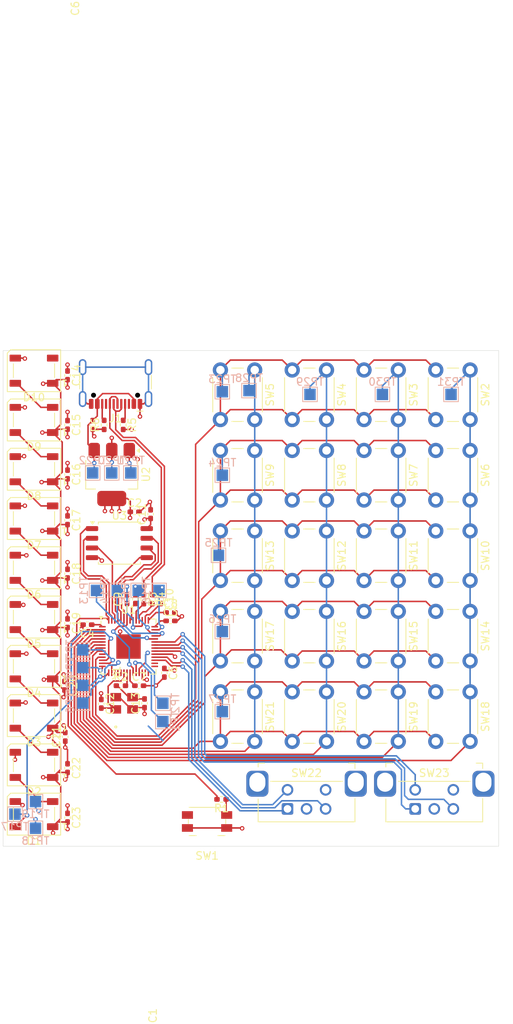
<source format=kicad_pcb>
(kicad_pcb (version 20241229) (generator "pcbnew") (generator_version "9.0")
  (layers (0 "F.Cu" signal) (4 "In1.Cu" power "In1.Cu GND") (6 "In2.Cu" power "In2.Cu +3.3v") (2 "B.Cu" signal) (13 "F.Paste" user) (15 "B.Paste" user) (5 "F.SilkS" user "F.Silkscreen") (7 "B.SilkS" user "B.Silkscreen") (1 "F.Mask" user) (3 "B.Mask" user) (25 "Edge.Cuts" user))
  (net 0 "")
  (net 1 "GND")
  (net 2 "VBUS")
  (net 3 "+3.3V")
  (net 4 "Net-(U1-VREG_VOUT)")
  (net 5 "Net-(C9-Pad1)")
  (net 6 "Net-(U1-VREG_IN)")
  (net 7 "/XIN")
  (net 8 "/XOUT")
  (net 9 "Net-(D1-DOUT)")
  (net 10 "/NEOPIXEL_DIN")
  (net 11 "Net-(D2-DOUT)")
  (net 12 "Net-(D3-DOUT)")
  (net 13 "Net-(D4-DOUT)")
  (net 14 "Net-(D5-DOUT)")
  (net 15 "Net-(D10-DIN)")
  (net 16 "Net-(D7-DOUT)")
  (net 17 "Net-(D8-DOUT)")
  (net 18 "Net-(J1-CC2)")
  (net 19 "Net-(J1-CC1)")
  (net 20 "Net-(R1-Pad1)")
  (net 21 "Net-(U1-USB_DP)")
  (net 22 "/USB_D+")
  (net 23 "/USB_D-")
  (net 24 "Net-(U1-USB_DM)")
  (net 25 "/MATRIX_R1")
  (net 26 "/MATRIX_C1")
  (net 27 "/MATRIX_C2")
  (net 28 "/MATRIX_C3")
  (net 29 "/MATRIX_C4")
  (net 30 "/MATRIX_R2")
  (net 31 "/MATRIX_R3")
  (net 32 "/MATRIX_R4")
  (net 33 "/MATRIX_R5")
  (net 34 "/ENCODER_1_A")
  (net 35 "/ENCODER_1_B")
  (net 36 "/ENCODER_2_B")
  (net 37 "/ENCODER_2_A")
  (net 38 "Net-(U1-SWCLK)")
  (net 39 "Net-(U1-SWD)")
  (net 40 "/QSPI_SD0")
  (net 41 "/QSPI_SD1")
  (net 42 "/ENCODER_2_S1")
  (net 43 "/QSPI_SD2")
  (net 44 "Net-(U1-GPIO26_ADC0)")
  (net 45 "/QSPI_SCLK")
  (net 46 "/QSPI_SD3")
  (net 47 "/ENCODER_1_S1")
  (net 48 "Net-(U1-GPIO27_ADC1)")
  (net 49 "Net-(U1-GPIO28_ADC2)")
  (net 50 "Net-(U1-GPIO29_ADC3)")
  (net 51 "Net-(C13-Pad2)")
  (net 52 "Net-(D6-DOUT)")
  (net 54 "Net-(U1-GPIO10)")
  (net 55 "Net-(U1-GPIO11)")
  (net 56 "Net-(U1-GPIO12)")
  (net 57 "Net-(U1-GPIO13)")
  (net 58 "/QSPI_SS")
  (footprint "Button_Switch_THT:SW_PUSH_6mm_H4.3mm" (layer "F.Cu") (at 145.166667 59.8 -90)
    (property "Reference" "SW4")
    (property "Value" "SW_Push")
  )
  (footprint "Capacitor_SMD:C_0402_1005Metric_Pad0.74x0.62mm_HandSolder" (layer "F.Cu") (at 110.8 101.2 -90)
    (property "Reference" "C20")
    (property "Value" "104")
  )
  (footprint "Button_Switch_THT:SW_PUSH_6mm_H4.3mm" (layer "F.Cu") (at 164 102 -90)
    (property "Reference" "SW18")
    (property "Value" "SW_Push")
  )
  (footprint "Button_Switch_THT:SW_PUSH_6mm_H4.3mm" (layer "F.Cu") (at 135.75 91.45 -90)
    (property "Reference" "SW17")
    (property "Value" "SW_Push")
  )
  (footprint "Button_Switch_THT:SW_PUSH_6mm_H4.3mm" (layer "F.Cu") (at 135.75 59.8 -90)
    (property "Reference" "SW5")
    (property "Value" "SW_Push")
  )
  (footprint "LED_SMD:LED_WS2812B_PLCC4_5.0x5.0mm_P3.2mm" (layer "F.Cu") (at 106.8 111.577777 180)
    (property "Reference" "D2")
    (property "Value" "WS2812B")
  )
  (footprint "Button_Switch_THT:SW_PUSH_6mm_H4.3mm" (layer "F.Cu") (at 154.583333 80.9 -90)
    (property "Reference" "SW11")
    (property "Value" "SW_Push")
  )
  (footprint "Button_Switch_THT:SW_PUSH_6mm_H4.3mm" (layer "F.Cu") (at 154.583333 91.45 -90)
    (property "Reference" "SW15")
    (property "Value" "SW_Push")
  )
  (footprint "Capacitor_SMD:C_0402_1005Metric_Pad0.74x0.62mm_HandSolder" (layer "F.Cu") (at 111.2 112 -90)
    (property "Reference" "C22")
    (property "Value" "104")
  )
  (footprint "Resistor_SMD:R_0402_1005Metric_Pad0.72x0.64mm_HandSolder" (layer "F.Cu") (at 131.4 116.1 180)
    (property "Reference" "R1")
    (property "Value" "1k")
  )
  (footprint "Button_Switch_THT:SW_PUSH_6mm_H4.3mm" (layer "F.Cu") (at 135.75 70.35 -90)
    (property "Reference" "SW9")
    (property "Value" "SW_Push")
  )
  (footprint "Package_SO:SOIC-8_5.3x5.3mm_P1.27mm" (layer "F.Cu") (at 118 82.5)
    (property "Reference" "U3")
    (property "Value" "W25Q128JVS")
  )
  (footprint "LED_SMD:LED_WS2812B_PLCC4_5.0x5.0mm_P3.2mm" (layer "F.Cu") (at 106.8 118.038888 180)
    (property "Reference" "D1")
    (property "Value" "WS2812B")
  )
  (footprint "Button_Switch_THT:SW_PUSH_6mm_H4.3mm" (layer "F.Cu") (at 145.166667 91.45 -90)
    (property "Reference" "SW16")
    (property "Value" "SW_Push")
  )
  (footprint "Capacitor_SMD:C_0402_1005Metric_Pad0.74x0.62mm_HandSolder" (layer "F.Cu") (at 119.008 89.854275 90)
    (property "Reference" "C9")
    (property "Value" "1u")
  )
  (footprint "LED_SMD:LED_WS2812B_PLCC4_5.0x5.0mm_P3.2mm" (layer "F.Cu") (at 106.8 79.272221 180)
    (property "Reference" "D7")
    (property "Value" "WS2812B")
  )
  (footprint "Resistor_SMD:R_0402_1005Metric_Pad0.72x0.64mm_HandSolder" (layer "F.Cu") (at 121.202 89.854275 -90)
    (property "Reference" "R3")
    (property "Value" "27.4")
  )
  (footprint "Capacitor_SMD:C_0402_1005Metric_Pad0.74x0.62mm_HandSolder" (layer "F.Cu") (at 120.6 101.2)
    (property "Reference" "C7")
    (property "Value" "100nF")
  )
  (footprint "Capacitor_SMD:C_0402_1005Metric_Pad0.74x0.62mm_HandSolder" (layer "F.Cu") (at 120.1 89.854275 90)
    (property "Reference" "C6")
    (property "Value" "100nF")
  )
  (footprint "Button_Switch_THT:SW_PUSH_6mm_H4.3mm" (layer "F.Cu") (at 154.583333 102 -90)
    (property "Reference" "SW19")
    (property "Value" "SW_Push")
  )
  (footprint "Button_Switch_THT:SW_PUSH_6mm_H4.3mm" (layer "F.Cu") (at 164 70.35 -90)
    (property "Reference" "SW6")
    (property "Value" "SW_Push")
  )
  (footprint "Capacitor_SMD:C_0402_1005Metric_Pad0.74x0.62mm_HandSolder" (layer "F.Cu") (at 111.2 73.5 -90)
    (property "Reference" "C16")
    (property "Value" "104")
  )
  (footprint "Capacitor_SMD:C_0402_1005Metric_Pad0.74x0.62mm_HandSolder" (layer "F.Cu") (at 124.7 91.6)
    (property "Reference" "C8")
    (property "Value" "100nF")
  )
  (footprint "Button_Switch_THT:SW_PUSH_6mm_H4.3mm" (layer "F.Cu") (at 145.166667 80.9 -90)
    (property "Reference" "SW12")
    (property "Value" "SW_Push")
  )
  (footprint "Capacitor_SMD:C_0402_1005Metric_Pad0.74x0.62mm_HandSolder" (layer "F.Cu") (at 122.1 78.7 90)
    (property "Reference" "C11")
    (property "Value" "100nF")
  )
  (footprint "Button_Switch_THT:SW_PUSH_6mm_H4.3mm" (layer "F.Cu") (at 164 59.8 -90)
    (property "Reference" "SW2")
    (property "Value" "SW_Push")
  )
  (footprint "LED_SMD:LED_WS2812B_PLCC4_5.0x5.0mm_P3.2mm" (layer "F.Cu") (at 106.8 72.81111 180)
    (property "Reference" "D8")
    (property "Value" "WS2812B")
  )
  (footprint "Connector_USB:USB_C_Receptacle_HCTL_HC-TYPE-C-16P-01A" (layer "F.Cu") (at 117.5 60.5 180)
    (property "Reference" "J1")
    (property "Value" "USB_C_Receptacle_USB2.0_14P")
  )
  (footprint "Button_Switch_THT:SW_PUSH_6mm_H4.3mm" (layer "F.Cu") (at 164 80.9 -90)
    (property "Reference" "SW10")
    (property "Value" "SW_Push")
  )
  (footprint "Resistor_SMD:R_0402_1005Metric_Pad0.72x0.64mm_HandSolder" (layer "F.Cu") (at 116 67 90)
    (property "Reference" "R6")
    (property "Value" "5.1k")
  )
  (footprint "Capacitor_SMD:C_0402_1005Metric_Pad0.74x0.62mm_HandSolder" (layer "F.Cu") (at 111.2 118.5 -90)
    (property "Reference" "C23")
    (property "Value" "104")
  )
  (footprint "LED_SMD:LED_WS2812B_PLCC4_5.0x5.0mm_P3.2mm" (layer "F.Cu") (at 106.8 85.733332 180)
    (property "Reference" "D6")
    (property "Value" "WS2812B")
  )
  (footprint "Capacitor_SMD:C_0402_1005Metric_Pad0.74x0.62mm_HandSolder" (layer "F.Cu") (at 121.3 103.5 90)
    (property "Reference" "C13")
    (property "Value" "15P")
  )
  (footprint "Capacitor_SMD:C_0402_1005Metric_Pad0.74x0.62mm_HandSolder" (layer "F.Cu") (at 111.2 93 -90)
    (property "Reference" "C19")
    (property "Value" "104")
  )
  (footprint "Button_Switch_THT:SW_PUSH_6mm_H4.3mm" (layer "F.Cu") (at 154.583333 59.8 -90)
    (property "Reference" "SW3")
    (property "Value" "SW_Push")
  )
  (footprint "Package_DFN_QFN:QFN-56-1EP_7x7mm_P0.4mm_EP3.2x3.2mm" (layer "F.Cu") (at 119.2 96.0625)
    (property "Reference" "U1")
    (property "Value" "RP2040")
  )
  (footprint "Capacitor_SMD:C_0402_1005Metric_Pad0.74x0.62mm_HandSolder" (layer "F.Cu") (at 111.2 60.5 -90)
    (property "Reference" "C14")
    (property "Value" "104")
  )
  (footprint "Button_Switch_SMD:Panasonic_EVQPUK_EVQPUB" (layer "F.Cu") (at 129.5 119 180)
    (property "Reference" "SW1")
    (property "Value" "SW_Push bootsel")
  )
  (footprint "Capacitor_SMD:C_0402_1005Metric_Pad0.74x0.62mm_HandSolder" (layer "F.Cu") (at 113.8 93.2 180)
    (property "Reference" "C4")
    (property "Value" "100nF")
  )
  (footprint "Capacitor_SMD:C_0402_1005Metric_Pad0.74x0.62mm_HandSolder" (layer "F.Cu") (at 111.2 86.5 -90)
    (property "Reference" "C18")
    (property "Value" "104")
  )
  (footprint "LED_SMD:LED_WS2812B_PLCC4_5.0x5.0mm_P3.2mm" (layer "F.Cu") (at 106.8 105.116666 180)
    (property "Reference" "D3")
    (property "Value" "WS2812B")
  )
  (footprint "Capacitor_SMD:C_0402_1005Metric_Pad0.74x0.62mm_HandSolder" (layer "F.Cu") (at 111.2 67 -90)
    (property "Reference" "C15")
    (property "Value" "104")
  )
  (footprint "Package_TO_SOT_SMD:SOT-223-3_TabPin2" (layer "F.Cu") (at 117 73.5 -90)
    (property "Reference" "U2")
    (property "Value" "NCP1117-3.3_SOT223")
  )
  (footprint "Resistor_SMD:R_0402_1005Metric_Pad0.72x0.64mm_HandSolder" (layer "F.Cu") (at 118.5 67 -90)
    (property "Reference" "R5")
    (property "Value" "5.1k")
  )
  (footprint "Rotary_Encoder:RotaryEncoder_Bourns_Horizontal_PEC12R-2x17F-Sxxxx" (layer "F.Cu") (at 156.8 117.35 90)
    (property "Reference" "SW23")
    (property "Value" "RotaryEncoder_Switch_MP")
  )
  (footprint "Button_Switch_THT:SW_PUSH_6mm_H4.3mm" (layer "F.Cu") (at 145.166667 70.35 -90)
    (property "Reference" "SW8")
    (property "Value" "SW_Push")
  )
  (footprint "Button_Switch_THT:SW_PUSH_6mm_H4.3mm" (layer "F.Cu") (at 145.166667 102 -90)
    (property "Reference" "SW20")
    (property "Value" "SW_Push")
  )
  (footprint "Capacitor_SMD:C_0402_1005Metric_Pad0.74x0.62mm_HandSolder" (layer "F.Cu") (at 110.9 107.9 90)
    (property "Reference" "C21")
    (property "Value" "104")
  )
  (footprint "Capacitor_SMD:C_0402_1005Metric_Pad0.74x0.62mm_HandSolder" (layer "F.Cu") (at 124.7 92.7)
    (property "Reference" "C3")
    (property "Value" "100nF")
  )
  (footprint "Capacitor_SMD:C_0402_1005Metric_Pad0.74x0.62mm_HandSolder" (layer "F.Cu") (at 115.627 103.5675 -90)
    (property "Reference" "C12")
    (property "Value" "15P")
  )
  (footprint "Button_Switch_THT:SW_PUSH_6mm_H4.3mm" (layer "F.Cu") (at 164 91.45 -90)
    (property "Reference" "SW14")
    (property "Value" "SW_Push")
  )
  (footprint "Custom Footprints:ABM8-272-T3_ABR" (layer "F.Cu") (at 118.627 103.5 90)
    (property "Reference" "Y1")
    (property "Value" "ABM8-272-T3")
  )
  (footprint "Button_Switch_THT:SW_PUSH_6mm_H4.3mm" (layer "F.Cu") (at 154.583333 70.35 -90)
    (property "Reference" "SW7")
    (property "Value" "SW_Push")
  )
  (footprint "Capacitor_SMD:C_0402_1005Metric_Pad0.74x0.62mm_HandSolder" (layer "F.Cu") (at 123.416 89.854275 -90)
    (property "Reference" "C10")
    (property "Value" "1u")
  )
  (footprint "Button_Switch_THT:SW_PUSH_6mm_H4.3mm" (layer "F.Cu") (at 135.75 80.9 -90)
    (property "Reference" "SW13")
    (property "Value" "SW_Push")
  )
  (footprint "Capacitor_SMD:C_0402_1005Metric_Pad0.74x0.62mm_HandSolder" (layer "F.Cu") (at 114.5 67 -90)
    (property "Reference" "C1")
    (property "Value" "10u")
  )
  (footprint "Capacitor_SMD:C_0402_1005Metric_Pad0.74x0.62mm_HandSolder" (layer "F.Cu") (at 123.9 99.5 -90)
    (property "Reference" "C5")
    (property "Value" "100nF")
  )
  (footprint "Resistor_SMD:R_0402_1005Metric_Pad0.72x0.64mm_HandSolder" (layer "F.Cu") (at 122.314 89.854275 -90)
    (property "Reference" "R4")
    (property "Value" "27.4")
  )
  (footprint "LED_SMD:LED_WS2812B_PLCC4_5.0x5.0mm_P3.2mm" (layer "F.Cu") (at 106.8 98.655555 180)
    (property "Reference" "D4")
    (property "Value" "WS2812B")
  )
  (footprint "LED_SMD:LED_WS2812B_PLCC4_5.0x5.0mm_P3.2mm" (layer "F.Cu") (at 106.8 66.349999 180)
    (property "Reference" "D9")
    (property "Value" "WS2812B")
  )
  (footprint "Button_Switch_THT:SW_PUSH_6mm_H4.3mm" (layer "F.Cu") (at 135.75 102 -90)
    (property "Reference" "SW21")
    (property "Value" "SW_Push")
  )
  (footprint "LED_SMD:LED_WS2812B_PLCC4_5.0x5.0mm_P3.2mm" (layer "F.Cu") (at 106.8 92.194444 180)
    (property "Reference" "D5")
    (property "Value" "WS2812B")
  )
  (footprint "Resistor_SMD:R_0402_1005Metric_Pad0.72x0.64mm_HandSolder" (layer "F.Cu") (at 118.2 101.2)
    (property "Reference" "R2")
    (property "Value" "1k")
  )
  (footprint "Rotary_Encoder:RotaryEncoder_Bourns_Horizontal_PEC12R-2x17F-Sxxxx" (layer "F.Cu") (at 140.05 117.35 90)
    (property "Reference" "SW22")
    (property "Value" "RotaryEncoder_Switch_MP")
  )
  (footprint "LED_SMD:LED_WS2812B_PLCC4_5.0x5.0mm_P3.2mm" (layer "F.Cu") (at 106.8 59.888888 180)
    (property "Reference" "D10")
    (property "Value" "WS2812B")
  )
  (footprint "Capacitor_SMD:C_0402_1005Metric_Pad0.74x0.62mm_HandSolder" (layer "F.Cu") (at 120 78.4)
    (property "Reference" "C2")
    (property "Value" "10u")
  )
  (footprint "Capacitor_SMD:C_0402_1005Metric_Pad0.74x0.62mm_HandSolder" (layer "F.Cu") (at 111.2 79.5 -90)
    (property "Reference" "C17")
    (property "Value" "104")
  )
  (footprint "TestPoint:TestPoint_Pad_1.5x1.5mm" (layer "B.Cu") (at 117.733333 88.7 -90)
    (property "Reference" "TP14")
    (property "Value" "~")
  )
  (footprint "TestPoint:TestPoint_Pad_1.5x1.5mm" (layer "B.Cu") (at 123.2 88.7 -90)
    (property "Reference" "TP16")
    (property "Value" "~")
  )
  (footprint "TestPoint:TestPoint_Pad_1.5x1.5mm" (layer "B.Cu") (at 115 88.7 -90)
    (property "Reference" "TP13")
    (property "Value" "~")
  )
  (footprint "TestPoint:TestPoint_Pad_1.5x1.5mm" (layer "B.Cu") (at 143 63 180)
    (property "Reference" "TP29")
    (property "Value" "~")
  )
  (footprint "TestPoint:TestPoint_Pad_1.5x1.5mm" (layer "B.Cu") (at 131.5 104.6 180)
    (property "Reference" "TP27")
    (property "Value" "~")
  )
  (footprint "TestPoint:TestPoint_Pad_1.5x1.5mm" (layer "B.Cu") (at 114.5 73.3 180)
    (property "Reference" "TP22")
    (property "Value" "~")
  )
  (footprint "TestPoint:TestPoint_Pad_1.5x1.5mm" (layer "B.Cu") (at 117 73.3 180)
    (property "Reference" "TP20")
    (property "Value" "~")
  )
  (footprint "TestPoint:TestPoint_Pad_1.5x1.5mm" (layer "B.Cu") (at 107 119.888888)
    (property "Reference" "TP18")
    (property "Value" "~")
  )
  (footprint "TestPoint:TestPoint_Pad_1.5x1.5mm" (layer "B.Cu") (at 161.5 63 180)
    (property "Reference" "TP31")
    (property "Value" "~")
  )
  (footprint "TestPoint:TestPoint_Pad_1.5x1.5mm" (layer "B.Cu") (at 131.5 94.1 180)
    (property "Reference" "TP26")
    (property "Value" "~")
  )
  (footprint "TestPoint:TestPoint_Pad_1.5x1.5mm" (layer "B.Cu") (at 123.7 105.9 90)
    (property "Reference" "TP1")
    (property "Value" "SWCLK")
  )
  (footprint "TestPoint:TestPoint_Pad_1.5x1.5mm" (layer "B.Cu") (at 131 84.1 180)
    (property "Reference" "TP25")
    (property "Value" "~")
  )
  (footprint "TestPoint:TestPoint_Pad_1.5x1.5mm" (layer "B.Cu") (at 152.5 63 180)
    (property "Reference" "TP30")
    (property "Value" "~")
  )
  (footprint "TestPoint:TestPoint_Pad_1.5x1.5mm" (layer "B.Cu") (at 104.3 118.038888)
    (property "Reference" "TP17")
    (property "Value" "~")
  )
  (footprint "TestPoint:TestPoint_Pad_1.5x1.5mm" (layer "B.Cu") (at 120.466667 88.7 -90)
    (property "Reference" "TP15")
    (property "Value" "~")
  )
  (footprint "TestPoint:TestPoint_Pad_1.5x1.5mm" (layer "B.Cu") (at 119.5 73.3 180)
    (property "Reference" "TP21")
    (property "Value" "~")
  )
  (footprint "TestPoint:TestPoint_Pad_1.5x1.5mm" (layer "B.Cu") (at 123.7 103.5 90)
    (property "Reference" "TP2")
    (property "Value" "SWD")
  )
  (footprint "TestPoint:TestPoint_Pad_1.5x1.5mm" (layer "B.Cu") (at 107 116.388888)
    (property "Reference" "TP19")
    (property "Value" "~")
  )
  (footprint "TestPoint:TestPoint_Pad_1.5x1.5mm" (layer "B.Cu") (at 113.2 96.5 -90)
    (property "Reference" "TP3")
    (property "Value" "~")
  )
  (footprint "TestPoint:TestPoint_Pad_1.5x1.5mm" (layer "B.Cu") (at 135 62.5 180)
    (property "Reference" "TP28")
    (property "Value" "~")
  )
  (footprint "TestPoint:TestPoint_Pad_1.5x1.5mm" (layer "B.Cu") (at 131.5 62.65 180)
    (property "Reference" "TP23")
    (property "Value" "~")
  )
  (footprint "TestPoint:TestPoint_Pad_1.5x1.5mm" (layer "B.Cu") (at 131.5 73.6 180)
    (property "Reference" "TP24")
    (property "Value" "~")
  )
  (footprint "TestPoint:TestPoint_Pad_1.5x1.5mm" (layer "B.Cu") (at 113.2 103.475 -90)
    (property "Reference" "TP6")
    (property "Value" "~")
  )
  (footprint "TestPoint:TestPoint_Pad_1.5x1.5mm" (layer "B.Cu") (at 113.2 98.825 -90)
    (property "Reference" "TP4")
    (property "Value" "~")
  )
  (footprint "TestPoint:TestPoint_Pad_1.5x1.5mm" (layer "B.Cu") (at 113.2 101.15 -90)
    (property "Reference" "TP5")
    (property "Value" "~")
  )
  (gr_rect (start 102.75 57.25) (end 167.75 122.25) (stroke (width 0.05)) (fill no) (layer "Edge.Cuts"))
  (segment (start 105.794445 97.005555) (end 105.8 97) (width 0.2) (layer "F.Cu") (net 1))
  (segment (start 104.833012 116.388888) (end 105.3 116.855876) (width 0.2) (layer "F.Cu") (net 1))
  (segment (start 104.35 109.927777) (end 104.35 110.85) (width 0.2) (layer "F.Cu") (net 1))
  (segment (start 120.7 64.245) (end 121.18 64.245) (width 0.2) (layer "F.Cu") (net 1))
  (segment (start 120.7 78.4) (end 122 77.1) (width 0.2) (layer "F.Cu") (net 1))
  (segment (start 122.7675 101.2) (end 122.78375 101.18375) (width 0.2) (layer "F.Cu") (net 1))
  (segment (start 110.9 108.4675) (end 110.9 109.3) (width 0.2) (layer "F.Cu") (net 1))
  (segment (start 111.2 111.4325) (end 111.2 109.6) (width 0.2) (layer "F.Cu") (net 1))
  (segment (start 105.43889 71.16111) (end 105.5 71.1) (width 0.2) (layer "F.Cu") (net 1))
  (segment (start 119.5975 67.5975) (end 119.6 67.6) (width 0.2) (layer "F.Cu") (net 1))
  (segment (start 105.577779 77.622221) (end 105.6 77.6) (width 0.2) (layer "F.Cu") (net 1))
  (segment (start 114.5 67.5675) (end 114.5 68.3) (width 0.2) (layer "F.Cu") (net 1))
  (segment (start 119.3 70.4) (end 120.4 71.5) (width 0.2) (layer "F.Cu") (net 1))
  (segment (start 120.1 89.286775) (end 120.1 88.2) (width 0.2) (layer "F.Cu") (net 1))
  (segment (start 110.8 99.832357) (end 110.685863 99.71822) (width 0.2) (layer "F.Cu") (net 1))
  (segment (start 104.35 84.083332) (end 105.783332 84.083332) (width 0.2) (layer "F.Cu") (net 1))
  (segment (start 119.3 70.35) (end 119.3 70.4) (width 0.2) (layer "F.Cu") (net 1))
  (segment (start 114.3 64.245) (end 113.82 64.245) (width 0.2) (layer "F.Cu") (net 1))
  (segment (start 114.5 68.3) (end 114.7 68.5) (width 0.2) (layer "F.Cu") (net 1))
  (segment (start 105.783332 84.083332) (end 105.8 84.1) (width 0.2) (layer "F.Cu") (net 1))
  (segment (start 121.3 104.9) (end 121.3 104.0675) (width 0.2) (layer "F.Cu") (net 1))
  (segment (start 111.2 59.9325) (end 111.2 59.1) (width 0.2) (layer "F.Cu") (net 1))
  (segment (start 122.1 77.2) (end 122 77.1) (width 0.2) (layer "F.Cu") (net 1))
  (segment (start 119.577 104.300001) (end 117.976998 102.699999) (width 0.2) (layer "F.Cu") (net 1))
  (segment (start 115.97 67.5675) (end 116 67.5975) (width 0.2) (layer "F.Cu") (net 1))
  (segment (start 110.8 100.6325) (end 110.8 99.832357) (width 0.2) (layer "F.Cu") (net 1))
  (segment (start 105.633334 103.466666) (end 105.7 103.4) (width 0.2) (layer "F.Cu") (net 1))
  (segment (start 111.2 109.6) (end 110.9 109.3) (width 0.2) (layer "F.Cu") (net 1))
  (segment (start 121.3 104.0675) (end 119.959501 104.0675) (width 0.2) (layer "F.Cu") (net 1))
  (segment (start 118.5 67.5975) (end 119.5975 67.5975) (width 0.2) (layer "F.Cu") (net 1))
  (segment (start 118.1 94.9625) (end 119.2 96.0625) (width 0.2) (layer "F.Cu") (net 1))
  (segment (start 104.35 58.238888) (end 105.538888 58.238888) (width 0.2) (layer "F.Cu") (net 1))
  (segment (start 121.18 64.245) (end 121.82 63.605) (width 0.2) (layer "F.Cu") (net 1))
  (segment (start 132.075 119.85) (end 126.925 119.85) (width 0.2) (layer "F.Cu") (net 1))
  (segment (start 105.344444 90.544444) (end 105.4 90.6) (width 0.2) (layer "F.Cu") (net 1))
  (segment (start 115.6 102.2) (end 115.6 102.973) (width 0.2) (layer "F.Cu") (net 1))
  (segment (start 115.305 84.405) (end 115.7 84.8) (width 0.2) (layer "F.Cu") (net 1))
  (segment (start 104.35 64.699999) (end 105.6 64.7) (width 0.2) (layer "F.Cu") (net 1))
  (segment (start 111.2 66.4325) (end 111.2 65.3) (width 0.2) (layer "F.Cu") (net 1))
  (segment (start 104.35 71.16111) (end 105.43889 71.16111) (width 0.2) (layer "F.Cu") (net 1))
  (segment (start 114.5 67.5675) (end 115.97 67.5675) (width 0.2) (layer "F.Cu") (net 1))
  (segment (start 104.35 90.544444) (end 105.344444 90.544444) (width 0.2) (layer "F.Cu") (net 1))
  (segment (start 122.1 78.1325) (end 122.1 77.2) (width 0.2) (layer "F.Cu") (net 1))
  (segment (start 132.075 119.85) (end 134.05 119.85) (width 0.2) (layer "F.Cu") (net 1))
  (segment (start 111.2 85.9325) (end 111.2 85) (width 0.2) (layer "F.Cu") (net 1))
  (segment (start 118.1 94.1) (end 118.1 94.9625) (width 0.2) (layer "F.Cu") (net 1))
  (segment (start 114.4125 84.405) (end 115.305 84.405) (width 0.2) (layer "F.Cu") (net 1))
  (segment (start 113.2325 93.551872) (end 113.007912 93.77646) (width 0.2) (layer "F.Cu") (net 1))
  (segment (start 104.35 103.466666) (end 105.633334 103.466666) (width 0.2) (layer "F.Cu") (net 1))
  (segment (start 122.78375 101.18375) (end 123.9 100.0675) (width 0.2) (layer "F.Cu") (net 1))
  (segment (start 104.35 77.622221) (end 105.577779 77.622221) (width 0.2) (layer "F.Cu") (net 1))
  (segment (start 113.82 64.245) (end 113.18 63.605) (width 0.2) (layer "F.Cu") (net 1))
  (segment (start 120.7 64.245) (end 120.7 65.9) (width 0.2) (layer "F.Cu") (net 1))
  (segment (start 111.2 72.9325) (end 111.2 72) (width 0.2) (layer "F.Cu") (net 1))
  (segment (start 104.35 97.005555) (end 105.794445 97.005555) (width 0.2) (layer "F.Cu") (net 1))
  (segment (start 125.7675 92.1) (end 125.2675 91.6) (width 0.2) (layer "F.Cu") (net 1))
  (segment (start 126.2 92.1) (end 125.7675 92.1) (width 0.2) (layer "F.Cu") (net 1))
  (segment (start 105.538888 58.238888) (end 105.6 58.3) (width 0.2) (layer "F.Cu") (net 1))
  (segment (start 121.1675 101.2) (end 122.7675 101.2) (width 0.2) (layer "F.Cu") (net 1))
  (segment (start 125.6 92.7) (end 125.2675 92.7) (width 0.2) (layer "F.Cu") (net 1))
  (segment (start 126.2 92.1) (end 125.6 92.7) (width 0.2) (layer "F.Cu") (net 1))
  (segment (start 111.2 78.9325) (end 111.2 78) (width 0.2) (layer "F.Cu") (net 1))
  (segment (start 111.2 92.4325) (end 111.2 91.5) (width 0.2) (layer "F.Cu") (net 1))
  (segment (start 119.3 72) (end 119.3 70.35) (width 0.2) (layer "F.Cu") (net 1))
  (segment (start 113.2325 93.2) (end 113.2325 93.551872) (width 0.2) (layer "F.Cu") (net 1))
  (segment (start 104.35 110.85) (end 104.3 110.9) (width 0.2) (layer "F.Cu") (net 1))
  (segment (start 134.05 119.85) (end 134.1 119.9) (width 0.2) (layer "F.Cu") (net 1))
  (segment (start 111.2 117.9325) (end 111.2 116.9) (width 0.2) (layer "F.Cu") (net 1))
  (via micro (at 126.2 92.1) (size 0.6) (drill 0.3) (layers "F.Cu" "In1.Cu") (net 1))
  (via micro (at 110.685863 99.71822) (size 0.6) (drill 0.3) (layers "F.Cu" "In1.Cu") (net 1))
  (via micro (at 111.2 78) (size 0.6) (drill 0.3) (layers "F.Cu" "In1.Cu") (net 1))
  (via micro (at 105.4 90.6) (size 0.6) (drill 0.3) (layers "F.Cu" "In1.Cu") (net 1))
  (via micro (at 111.2 72) (size 0.6) (drill 0.3) (layers "F.Cu" "In1.Cu") (net 1))
  (via micro (at 105.5 71.1) (size 0.6) (drill 0.3) (layers "F.Cu" "In1.Cu") (net 1))
  (via micro (at 121.3 104.9) (size 0.6) (drill 0.3) (layers "F.Cu" "In1.Cu") (net 1))
  (via micro (at 105.8 97) (size 0.6) (drill 0.3) (layers "F.Cu" "In1.Cu") (net 1))
  (via micro (at 122.78375 101.18375) (size 0.6) (drill 0.3) (layers "F.Cu" "In1.Cu") (net 1))
  (via micro (at 120.1 88.2) (size 0.6) (drill 0.3) (layers "F.Cu" "In1.Cu") (net 1))
  (via micro (at 105.6 64.7) (size 0.6) (drill 0.3) (layers "F.Cu" "In1.Cu") (net 1))
  (via micro (at 134.1 119.9) (size 0.6) (drill 0.3) (layers "F.Cu" "In1.Cu") (net 1))
  (via micro (at 105.7 103.4) (size 0.6) (drill 0.3) (layers "F.Cu" "In1.Cu") (net 1))
  (via micro (at 105.6 58.3) (size 0.6) (drill 0.3) (layers "F.Cu" "In1.Cu") (net 1))
  (via micro (at 119.6 67.6) (size 0.6) (drill 0.3) (layers "F.Cu" "In1.Cu") (net 1))
  (via micro (at 110.9 109.3) (size 0.6) (drill 0.3) (layers "F.Cu" "In1.Cu") (net 1))
  (via (at 119.3 72) (size 0.6) (drill 0.3) (layers "F.Cu" "B.Cu") (net 1))
  (via micro (at 111.2 65.3) (size 0.6) (drill 0.3) (layers "F.Cu" "In1.Cu") (net 1))
  (via micro (at 104.3 110.9) (size 0.6) (drill 0.3) (layers "F.Cu" "In1.Cu") (net 1))
  (via micro (at 115.7 84.8) (size 0.6) (drill 0.3) (layers "F.Cu" "In1.Cu") (net 1))
  (via micro (at 111.2 59.1) (size 0.6) (drill 0.3) (layers "F.Cu" "In1.Cu") (net 1))
  (via micro (at 105.6 77.6) (size 0.6) (drill 0.3) (layers "F.Cu" "In1.Cu") (net 1))
  (via micro (at 111.2 116.9) (size 0.6) (drill 0.3) (layers "F.Cu" "In1.Cu") (net 1))
  (via micro (at 111.2 85) (size 0.6) (drill 0.3) (layers "F.Cu" "In1.Cu") (net 1))
  (via micro (at 122 77.1) (size 0.6) (drill 0.3) (layers "F.Cu" "In1.Cu") (net 1))
  (via micro (at 114.7 68.5) (size 0.6) (drill 0.3) (layers "F.Cu" "In1.Cu") (net 1))
  (via micro (at 113.007912 93.77646) (size 0.6) (drill 0.3) (layers "F.Cu" "In1.Cu") (net 1))
  (via micro (at 118.1 94.1) (size 0.6) (drill 0.3) (layers "F.Cu" "In1.Cu") (net 1))
  (via micro (at 111.2 91.5) (size 0.6) (drill 0.3) (layers "F.Cu" "In1.Cu") (net 1))
  (via micro (at 120.4 71.5) (size 0.6) (drill 0.3) (layers "F.Cu" "In1.Cu") (net 1))
  (via micro (at 105.3 116.855876) (size 0.6) (drill 0.3) (layers "F.Cu" "In1.Cu") (net 1))
  (via micro (at 115.6 102.2) (size 0.6) (drill 0.3) (layers "F.Cu" "In1.Cu") (net 1))
  (via micro (at 105.8 84.1) (size 0.6) (drill 0.3) (layers "F.Cu" "In1.Cu") (net 1))
  (via micro (at 120.7 65.9) (size 0.6) (drill 0.3) (layers "F.Cu" "In1.Cu") (net 1))
  (segment (start 119.3 72) (end 119.5 72.2) (width 0.2) (layer "B.Cu") (net 1))
  (segment (start 107 116.388888) (end 107 117.2) (width 0.2) (layer "B.Cu") (net 1))
  (segment (start 121.82 59.425) (end 113.18 59.425) (width 0.2) (layer "B.Cu") (net 1))
  (segment (start 113.18 59.425) (end 113.18 63.605) (width 0.2) (layer "B.Cu") (net 1))
  (segment (start 119.5 72.2) (end 119.5 73.3) (width 0.2) (layer "B.Cu") (net 1))
  (segment (start 107 117.2) (end 107.4 117.6) (width 0.2) (layer "B.Cu") (net 1))
  (segment (start 121.82 63.605) (end 121.82 59.425) (width 0.2) (layer "B.Cu") (net 1))
  (via micro (at 107.4 117.6) (size 0.6) (drill 0.3) (layers "In1.Cu" "B.Cu") (net 1))
  (segment (start 114.7 70.35) (end 114.7 72) (width 0.2) (layer "F.Cu") (net 2))
  (segment (start 115.802001 62.893) (end 115.1 63.595001) (width 0.2) (layer "F.Cu") (net 2))
  (segment (start 114.7 70.35) (end 113.889 69.539) (width 0.2) (layer "F.Cu") (net 2))
  (segment (start 113.889 67.0435) (end 114.5 66.4325) (width 0.2) (layer "F.Cu") (net 2))
  (segment (start 113.889 69.539) (end 113.889 67.0435) (width 0.2) (layer "F.Cu") (net 2))
  (segment (start 119.9 63.595001) (end 119.197999 62.893) (width 0.2) (layer "F.Cu") (net 2))
  (segment (start 114.5 66.4325) (end 115.1 65.8325) (width 0.2) (layer "F.Cu") (net 2))
  (segment (start 119.197999 62.893) (end 115.802001 62.893) (width 0.2) (layer "F.Cu") (net 2))
  (segment (start 115.1 63.595001) (end 115.1 64.245) (width 0.2) (layer "F.Cu") (net 2))
  (segment (start 115.1 65.8325) (end 115.1 64.245) (width 0.2) (layer "F.Cu") (net 2))
  (segment (start 119.9 64.245) (end 119.9 63.595001) (width 0.2) (layer "F.Cu") (net 2))
  (via (at 114.7 72) (size 0.6) (drill 0.3) (layers "F.Cu" "B.Cu") (net 2))
  (segment (start 114.7 73.1) (end 114.5 73.3) (width 0.2) (layer "B.Cu") (net 2))
  (segment (start 114.7 72) (end 114.7 73.1) (width 0.2) (layer "B.Cu") (net 2))
  (segment (start 121 100.3) (end 121 99.5) (width 0.2) (layer "F.Cu") (net 3))
  (segment (start 109.25 113.227777) (end 108.027777 113.227777) (width 0.2) (layer "F.Cu") (net 3))
  (segment (start 109.25 87.383332) (end 110.301 88.434332) (width 0.2) (layer "F.Cu") (net 3))
  (segment (start 109.64361 74.0675) (end 109.25 74.46111) (width 0.2) (layer "F.Cu") (net 3))
  (segment (start 111.2 67.5675) (end 111.2 68.6) (width 0.2) (layer "F.Cu") (net 3))
  (segment (start 111.2 74.0675) (end 109.64361 74.0675) (width 0.2) (layer "F.Cu") (net 3))
  (segment (start 121.595706 100.418412) (end 121.118412 100.418412) (width 0.2) (layer "F.Cu") (net 3))
  (segment (start 111.2 80.0675) (end 110.104721 80.0675) (width 0.2) (layer "F.Cu") (net 3))
  (segment (start 119.4325 79.1675) (end 119.4 79.2) (width 0.2) (layer "F.Cu") (net 3))
  (segment (start 109.25 106.766666) (end 109.25 107.35) (width 0.2) (layer "F.Cu") (net 3))
  (segment (start 109.25 113.227777) (end 110.301 114.278777) (width 0.2) (layer "F.Cu") (net 3))
  (segment (start 110.3 79.872221) (end 110.3 75.51111) (width 0.2) (layer "F.Cu") (net 3))
  (segment (start 115.5 93.2) (end 115.7625 93.4625) (width 0.2) (layer "F.Cu") (net 3))
  (segment (start 124.1325 91.6) (end 122.825 91.6) (width 0.2) (layer "F.Cu") (net 3))
  (segment (start 110.301 92.793444) (end 109.25 93.844444) (width 0.2) (layer "F.Cu") (net 3))
  (segment (start 119.4 100.5675) (end 120.0325 101.2) (width 0.2) (layer "F.Cu") (net 3))
  (segment (start 119.6 90.921775) (end 119.6 92.425) (width 0.2) (layer "F.Cu") (net 3))
  (segment (start 110.301 99.254555) (end 109.25 100.305555) (width 0.2) (layer "F.Cu") (net 3))
  (segment (start 109.25 100.305555) (end 110.711945 101.7675) (width 0.2) (layer "F.Cu") (net 3))
  (segment (start 119.05 76.65) (end 119.4325 77.0325) (width 0.2) (layer "F.Cu") (net 3))
  (segment (start 109.25 120.45) (end 109.3 120.5) (width 0.2) (layer "F.Cu") (net 3))
  (segment (start 119.4 92.625) (end 119.6 92.425) (width 0.2) (layer "F.Cu") (net 3))
  (segment (start 110.301 86.332332) (end 110.301 81.973221) (width 0.2) (layer "F.Cu") (net 3))
  (segment (start 124.1675 99.2) (end 125.223735 99.2) (width 0.2) (layer "F.Cu") (net 3))
  (segment (start 108.061112 61.538888) (end 108 61.6) (width 0.2) (layer "F.Cu") (net 3))
  (segment (start 110.301 112.176777) (end 109.25 113.227777) (width 0.2) (layer "F.Cu") (net 3))
  (segment (start 122.1 79.2675) (end 122.1 80.0825) (width 0.2) (layer "F.Cu") (net 3))
  (segment (start 123.4 92.7) (end 122.6375 93.4625) (width 0.2) (layer "F.Cu") (net 3))
  (segment (start 119.4 99.5) (end 119.4 100.5675) (width 0.2) (layer "F.Cu") (net 3))
  (segment (start 110.301 66.948999) (end 110.301 62.589888) (width 0.2) (layer "F.Cu") (net 3))
  (segment (start 108.194445 100.305555) (end 108.1 100.4) (width 0.2) (layer "F.Cu") (net 3))
  (segment (start 109.25 80.922221) (end 107.922221 80.922221) (width 0.2) (layer "F.Cu") (net 3))
  (segment (start 111.2 112.5675) (end 111.2 113.2) (width 0.2) (layer "F.Cu") (net 3))
  (segment (start 111.2 87.0675) (end 109.565832 87.0675) (width 0.2) (layer "F.Cu") (net 3))
  (segment (start 109.682499 67.5675) (end 109.25 67.999999) (width 0.2) (layer "F.Cu") (net 3))
  (segment (start 110.301 81.973221) (end 109.25 80.922221) (width 0.2) (layer "F.Cu") (net 3))
  (segment (start 119.6 92.425) (end 119.8 92.625) (width 0.2) (layer "F.Cu") (net 3))
  (segment (start 109.25 61.538888) (end 108.061112 61.538888) (width 0.2) (layer "F.Cu") (net 3))
  (segment (start 110.5 69.249999) (end 109.25 67.999999) (width 0.2) (layer "F.Cu") (net 3))
  (segment (start 124.9625 97.0625) (end 125.3 97.4) (width 0.2) (layer "F.Cu") (net 3))
  (segment (start 108.027777 113.227777) (end 108 113.2) (width 0.2) (layer "F.Cu") (net 3))
  (segment (start 107.916668 87.383332) (end 107.9 87.4) (width 0.2) (layer "F.Cu") (net 3))
  (segment (start 109.25 74.46111) (end 107.83889 74.46111) (width 0.2) (layer "F.Cu") (net 3))
  (segment (start 123.9 98.9325) (end 124.1675 99.2) (width 0.2) (layer "F.Cu") (net 3))
  (segment (start 122.1 80.0825) (end 121.5875 80.595) (width 0.2) (layer "F.Cu") (net 3))
  (segment (start 110.301 114.278777) (end 110.301 118.637888) (width 0.2) (layer "F.Cu") (net 3))
  (segment (start 109.25 100.305555) (end 108.194445 100.305555) (width 0.2) (layer "F.Cu") (net 3))
  (segment (start 109.721388 61.0675) (end 109.25 61.538888) (width 0.2) (layer "F.Cu") (net 3))
  (segment (start 111.2 93.5675) (end 109.526944 93.5675) (width 0.2) (layer "F.Cu") (net 3))
  (segment (start 107.83889 74.46111) (end 107.8 74.5) (width 0.2) (layer "F.Cu") (net 3))
  (segment (start 109.910277 112.5675) (end 109.25 113.227777) (width 0.2) (layer "F.Cu") (net 3))
  (segment (start 109.25 87.383332) (end 110.301 86.332332) (width 0.2) (layer "F.Cu") (net 3))
  (segment (start 109.815834 107.3325) (end 109.25 106.766666) (width 0.2) (layer "F.Cu") (net 3))
  (segment (start 111.2 112.5675) (end 109.910277 112.5675) (width 0.2) (layer "F.Cu") (net 3))
  (segment (start 122.6375 97.0625) (end 124.9625 97.0625) (width 0.2) (layer "F.Cu") (net 3))
  (segment (start 110.8 101.7675) (end 110.8 102.585863) (width 0.2) (layer "F.Cu") (net 3))
  (segment (start 111.2 113.2) (end 110.9 113.5) (width 0.2) (layer "F.Cu") (net 3))
  (segment (start 111.2 93.5675) (end 111.2 94.6) (width 0.2) (layer "F.Cu") (net 3))
  (segment (start 110.5 73.21111) (end 110.5 69.249999) (width 0.2) (layer "F.Cu") (net 3))
  (segment (start 111.2 61.0675) (end 111.2 62.1) (width 0.2) (layer "F.Cu") (net 3))
  (segment (start 109.25 87.383332) (end 107.916668 87.383332) (width 0.2) (layer "F.Cu") (net 3))
  (segment (start 109.25 67.999999) (end 110.301 66.948999) (width 0.2) (layer "F.Cu") (net 3))
  (segment (start 119.4325 78.4) (end 119.4325 79.1675) (width 0.2) (layer "F.Cu") (net 3))
  (segment (start 110.9 107.3325) (end 109.815834 107.3325) (width 0.2) (layer "F.Cu") (net 3))
  (segment (start 121.118412 100.418412) (end 121 100.3) (width 0.2) (layer "F.Cu") (net 3))
  (segment (start 111.2 80.0675) (end 111.2 81.3) (width 0.2) (layer "F.Cu") (net 3))
  (segment (start 110.3 75.51111) (end 109.25 74.46111) (width 0.2) (layer "F.Cu") (net 3))
  (segment (start 111.2 67.5675) (end 109.682499 67.5675) (width 0.2) (layer "F.Cu") (net 3))
  (segment (start 109.25 108.352325) (end 110.301 109.403325) (width 0.2) (layer "F.Cu") (net 3))
  (segment (start 124.1325 92.7) (end 123.4 92.7) (width 0.2) (layer "F.Cu") (net 3))
  (segment (start 117 78.3) (end 117 76.65) (width 0.2) (layer "F.Cu") (net 3))
  (segment (start 122.825 91.6) (end 121.8 92.625) (width 0.2) (layer "F.Cu") (net 3))
  (segment (start 120.1 90.421775) (end 119.6 90.921775) (width 0.2) (layer "F.Cu") (net 3))
  (segment (start 109.25 67.999999) (end 107.9 68) (width 0.2) (layer "F.Cu") (net 3))
  (segment (start 117 70.35) (end 117 68.7) (width 0.2) (layer "F.Cu") (net 3))
  (segment (start 109.25 101.434176) (end 110.301 102.485176) (width 0.2) (layer "F.Cu") (net 3))
  (segment (start 110.9 107.3325) (end 110.9 106.613031) (width 0.2) (layer "F.Cu") (net 3))
  (segment (start 109.25 80.922221) (end 110.3 79.872221) (width 0.2) (layer "F.Cu") (net 3))
  (segment (start 117 76.65) (end 119.05 76.65) (width 0.2) (layer "F.Cu") (net 3))
  (segment (start 109.25 119.688888) (end 109.25 120.45) (width 0.2) (layer "F.Cu") (net 3))
  (segment (start 110.301 62.589888) (end 109.25 61.538888) (width 0.2) (layer "F.Cu") (net 3))
  (segment (start 110.301 105.715666) (end 109.25 106.766666) (width 0.2) (layer "F.Cu") (net 3))
  (segment (start 110.301 88.434332) (end 110.301 92.793444) (width 0.2) (layer "F.Cu") (net 3))
  (segment (start 107.955556 93.844444) (end 107.9 93.9) (width 0.2) (layer "F.Cu") (net 3))
  (segment (start 111.2 61.0675) (end 109.721388 61.0675) (width 0.2) (layer "F.Cu") (net 3))
  (segment (start 109.25 93.844444) (end 107.955556 93.844444) (width 0.2) (layer "F.Cu") (net 3))
  (segment (start 119.4325 77.0325) (end 119.4325 78.4) (width 0.2) (layer "F.Cu") (net 3))
  (segment (start 109.25 106.766666) (end 109.25 108.352325) (width 0.2) (layer "F.Cu") (net 3))
  (segment (start 110.9 106.613031) (end 110.685863 106.398894) (width 0.2) (layer "F.Cu") (net 3))
  (segment (start 107.922221 80.922221) (end 107.9 80.9) (width 0.2) (layer "F.Cu") (net 3))
  (segment (start 110.301 109.403325) (end 110.301 112.176777) (width 0.2) (layer "F.Cu") (net 3))
  (segment (start 123.416 89.286775) (end 123.416 88.484) (width 0.2) (layer "F.Cu") (net 3))
  (segment (start 109.871388 119.0675) (end 109.25 119.688888) (width 0.2) (layer "F.Cu") (net 3))
  (segment (start 111.2 119.0675) (end 111.2 120) (width 0.2) (layer "F.Cu") (net 3))
  (segment (start 110.301 118.637888) (end 109.25 119.688888) (width 0.2) (layer "F.Cu") (net 3))
  (segment (start 109.25 100.305555) (end 109.25 101.434176) (width 0.2) (layer "F.Cu") (net 3))
  (segment (start 110.8 102.585863) (end 110.685863 102.7) (width 0.2) (layer "F.Cu") (net 3))
  (segment (start 116.1 77.55) (end 116.1 78.3) (width 0.2) (layer "F.Cu") (net 3))
  (segment (start 121.4325 79.2675) (end 121.3 79.4) (width 0.2) (layer "F.Cu") (net 3))
  (segment (start 110.104721 80.0675) (end 109.25 80.922221) (width 0.2) (layer "F.Cu") (net 3))
  (segment (start 109.25 107.35) (end 108.7 107.9) (width 0.2) (layer "F.Cu") (net 3))
  (segment (start 109.25 93.844444) (end 110.301 94.895444) (width 0.2) (layer "F.Cu") (net 3))
  (segment (start 110.301 94.895444) (end 110.301 99.254555) (width 0.2) (layer "F.Cu") (net 3))
  (segment (start 117 70.35) (end 117 71.9) (width 0.2) (layer "F.Cu") (net 3))
  (segment (start 123.416 88.484) (end 123.6 88.3) (width 0.2) (layer "F.Cu") (net 3))
  (segment (start 109.25 74.46111) (end 110.5 73.21111) (width 0.2) (layer "F.Cu") (net 3))
  (segment (start 122.1 79.2675) (end 121.4325 79.2675) (width 0.2) (layer "F.Cu") (net 3))
  (segment (start 110.301 102.485176) (end 110.301 105.715666) (width 0.2) (layer "F.Cu") (net 3))
  (segment (start 111.2 119.0675) (end 109.871388 119.0675) (width 0.2) (layer "F.Cu") (net 3))
  (segment (start 118 77.65) (end 118 78.3) (width 0.2) (layer "F.Cu") (net 3))
  (segment (start 117 76.65) (end 118 77.65) (width 0.2) (layer "F.Cu") (net 3))
  (segment (start 111.2 87.0675) (end 111.2 88.3) (width 0.2) (layer "F.Cu") (net 3))
  (segment (start 114.3675 93.2) (end 115.5 93.2) (width 0.2) (layer "F.Cu") (net 3))
  (segment (start 111.2 74.0675) (end 111.2 75.2) (width 0.2) (layer "F.Cu") (net 3))
  (via (at 117 71.9) (size 0.6) (drill 0.3) (layers "F.Cu" "B.Cu") (net 3))
  (via micro (at 119.4 79.2) (size 0.6) (drill 0.3) (layers "F.Cu" "In2.Cu") (net 3))
  (via micro (at 117 68.7) (size 0.6) (drill 0.3) (layers "F.Cu" "In2.Cu") (net 3))
  (via micro (at 111.2 75.2) (size 0.6) (drill 0.3) (layers "F.Cu" "In2.Cu") (net 3))
  (via micro (at 107.9 68) (size 0.6) (drill 0.3) (layers "F.Cu" "In2.Cu") (net 3))
  (via micro (at 109.3 120.5) (size 0.6) (drill 0.3) (layers "F.Cu" "In2.Cu") (net 3))
  (via micro (at 111.2 94.6) (size 0.6) (drill 0.3) (layers "F.Cu" "In2.Cu") (net 3))
  (via micro (at 110.685863 106.398894) (size 0.6) (drill 0.3) (layers "F.Cu" "In2.Cu") (net 3))
  (via micro (at 121.595706 100.418412) (size 0.6) (drill 0.3) (layers "F.Cu" "In2.Cu") (net 3))
  (via micro (at 107.9 80.9) (size 0.6) (drill 0.3) (layers "F.Cu" "In2.Cu") (net 3))
  (via micro (at 108.7 107.9) (size 0.6) (drill 0.3) (layers "F.Cu" "In2.Cu") (net 3))
  (via micro (at 107.8 74.5) (size 0.6) (drill 0.3) (layers "F.Cu" "In2.Cu") (net 3))
  (via micro (at 123.6 88.3) (size 0.6) (drill 0.3) (layers "F.Cu" "In2.Cu") (net 3))
  (via micro (at 111.2 68.6) (size 0.6) (drill 0.3) (layers "F.Cu" "In2.Cu") (net 3))
  (via micro (at 111.2 81.3) (size 0.6) (drill 0.3) (layers "F.Cu" "In2.Cu") (net 3))
  (via micro (at 107.9 93.9) (size 0.6) (drill 0.3) (layers "F.Cu" "In2.Cu") (net 3))
  (via micro (at 111.2 120) (size 0.6) (drill 0.3) (layers "F.Cu" "In2.Cu") (net 3))
  (via micro (at 125.223735 99.2) (size 0.6) (drill 0.3) (layers "F.Cu" "In2.Cu") (net 3))
  (via micro (at 108.1 100.4) (size 0.6) (drill 0.3) (layers "F.Cu" "In2.Cu") (net 3))
  (via micro (at 125.3 97.4) (size 0.6) (drill 0.3) (layers "F.Cu" "In2.Cu") (net 3))
  (via micro (at 110.9 113.5) (size 0.6) (drill 0.3) (layers "F.Cu" "In2.Cu") (net 3))
  (via blind (at 117 78.3) (size 0.6) (drill 0.3) (layers "F.Cu" "In2.Cu") (net 3))
  (via micro (at 111.2 62.1) (size 0.6) (drill 0.3) (layers "F.Cu" "In2.Cu") (net 3))
  (via micro (at 110.685863 102.7) (size 0.6) (drill 0.3) (layers "F.Cu" "In2.Cu") (net 3))
  (via micro (at 107.9 87.4) (size 0.6) (drill 0.3) (layers "F.Cu" "In2.Cu") (net 3))
  (via micro (at 121.3 79.4) (size 0.6) (drill 0.3) (layers "F.Cu" "In2.Cu") (net 3))
  (via micro (at 111.2 88.3) (size 0.6) (drill 0.3) (layers "F.Cu" "In2.Cu") (net 3))
  (via blind (at 118 78.3) (size 0.6) (drill 0.3) (layers "F.Cu" "In2.Cu") (net 3))
  (via micro (at 108 113.2) (size 0.6) (drill 0.3) (layers "F.Cu" "In2.Cu") (net 3))
  (via micro (at 108 61.6) (size 0.6) (drill 0.3) (layers "F.Cu" "In2.Cu") (net 3))
  (via blind (at 116.1 78.3) (size 0.6) (drill 0.3) (layers "F.Cu" "In2.Cu") (net 3))
  (segment (start 107 119.888888) (end 107 118.7) (width 0.2) (layer "B.Cu") (net 3))
  (segment (start 117 73.3) (end 117 71.9) (width 0.2) (layer "B.Cu") (net 3))
  (segment (start 123.7 108.4) (end 121.799 106.499) (width 0.2) (layer "B.Cu") (net 3))
  (via micro (at 107 118.7) (size 0.6) (drill 0.3) (layers "In2.Cu" "B.Cu") (net 3))
  (segment (start 119.789222 93.5625) (end 119.951722 93.4) (width 0.2) (layer "F.Cu") (net 4))
  (segment (start 119.008 89.286775) (end 119.008 88.208) (width 0.2) (layer "F.Cu") (net 4))
  (segment (start 119.951722 93.4) (end 120.9 93.4) (width 0.2) (layer "F.Cu") (net 4))
  (segment (start 119.008 88.208) (end 119 88.2) (width 0.2) (layer "F.Cu") (net 4))
  (segment (start 120.9 93.4) (end 121 93.3) (width 0.2) (layer "F.Cu") (net 4))
  (segment (start 121 93.3) (end 121 92.625) (width 0.2) (layer "F.Cu") (net 4))
  (via (at 119.789222 93.5625) (size 0.6) (drill 0.3) (layers "F.Cu" "B.Cu") (net 4))
  (via (at 119 88.2) (size 0.6) (drill 0.3) (layers "F.Cu" "B.Cu") (net 4))
  (segment (start 119 91.7) (end 119 88.2) (width 0.2) (layer "B.Cu") (net 4))
  (segment (start 119.789222 93.5625) (end 119.789222 92.489222) (width 0.2) (layer "B.Cu") (net 4))
  (segment (start 119.789222 92.489222) (end 119 91.7) (width 0.2) (layer "B.Cu") (net 4))
  (segment (start 119 90.429775) (end 119.008 90.421775) (width 0.2) (layer "F.Cu") (net 5))
  (segment (start 119 93.2) (end 118.8 93.4) (width 0.2) (layer "F.Cu") (net 5))
  (segment (start 119.8 98.9) (end 119.3 98.4) (width 0.2) (layer "F.Cu") (net 5))
  (segment (start 119 92.625) (end 119 93.2) (width 0.2) (layer "F.Cu") (net 5))
  (segment (start 118.8 93.4) (end 117.9 93.4) (width 0.2) (layer "F.Cu") (net 5))
  (segment (start 119.8 99.5) (end 119.8 98.9) (width 0.2) (layer "F.Cu") (net 5))
  (segment (start 119 92.625) (end 119 90.429775) (width 0.2) (layer "F.Cu") (net 5))
  (segment (start 117.9 93.4) (end 117.2 94.1) (width 0.2) (layer "F.Cu") (net 5))
  (via (at 117.2 94.1) (size 0.6) (drill 0.3) (layers "F.Cu" "B.Cu") (net 5))
  (via (at 119.3 98.4) (size 0.6) (drill 0.3) (layers "F.Cu" "B.Cu") (net 5))
  (segment (start 119.3 96.2) (end 117.2 94.1) (width 0.2) (layer "B.Cu") (net 5))
  (segment (start 119.3 98.4) (end 119.3 96.2) (width 0.2) (layer "B.Cu") (net 5))
  (segment (start 121.4 92.091726) (end 121.399 92.090726) (width 0.2) (layer "F.Cu") (net 6))
  (segment (start 121.951275 91.8865) (end 121.603226 91.8865) (width 0.2) (layer "F.Cu") (net 6))
  (segment (start 121.399 92.090726) (end 121.603226 91.8865) (width 0.2) (layer "F.Cu") (net 6))
  (segment (start 123.416 90.421775) (end 121.951275 91.8865) (width 0.2) (layer "F.Cu") (net 6))
  (segment (start 121.4 92.625) (end 121.4 92.091726) (width 0.2) (layer "F.Cu") (net 6))
  (segment (start 115.627 104.135) (end 117.361999 104.135) (width 0.2) (layer "F.Cu") (net 7))
  (segment (start 117.209614 100.579) (end 118.221 100.579) (width 0.2) (layer "F.Cu") (net 7))
  (segment (start 116.526 101.262614) (end 117.209614 100.579) (width 0.2) (layer "F.Cu") (net 7))
  (segment (start 116.526 103.449001) (end 116.526 101.262614) (width 0.2) (layer "F.Cu") (net 7))
  (segment (start 118.6 100.2) (end 118.6 99.5) (width 0.2) (layer "F.Cu") (net 7))
  (segment (start 118.221 100.579) (end 118.6 100.2) (width 0.2) (layer "F.Cu") (net 7))
  (segment (start 117.377 104.300001) (end 116.526 103.449001) (width 0.2) (layer "F.Cu") (net 7))
  (segment (start 119 99.5) (end 119 100.9975) (width 0.2) (layer "F.Cu") (net 8))
  (segment (start 107.711111 116.388888) (end 104.55 113.227777) (width 0.2) (layer "F.Cu") (net 9))
  (segment (start 109.45 116.388888) (end 107.711111 116.388888) (width 0.2) (layer "F.Cu") (net 9))
  (segment (start 116.297774 97.8625) (end 116.6 97.560274) (width 0.2) (layer "F.Cu") (net 10))
  (segment (start 115.7625 97.8625) (end 116.297774 97.8625) (width 0.2) (layer "F.Cu") (net 10))
  (segment (start 105.838888 118.2) (end 104.35 119.688888) (width 0.2) (layer "F.Cu") (net 10))
  (segment (start 105.9 118.2) (end 105.838888 118.2) (width 0.2) (layer "F.Cu") (net 10))
  (segment (start 116.6 95.3) (end 116.9 95) (width 0.2) (layer "F.Cu") (net 10))
  (segment (start 116.6 97.560274) (end 116.6 95.3) (width 0.2) (layer "F.Cu") (net 10))
  (via (at 116.9 95) (size 0.6) (drill 0.3) (layers "F.Cu" "B.Cu") (net 10))
  (via (at 105.9 118.2) (size 0.6) (drill 0.3) (layers "F.Cu" "B.Cu") (net 10))
  (segment (start 113.1 94.1) (end 116 94.1) (width 0.2) (layer "B.Cu") (net 10))
  (segment (start 105.738888 118.038888) (end 105.9 118.2) (width 0.2) (layer "B.Cu") (net 10))
  (segment (start 105.9 108.9) (end 111.7 103.1) (width 0.2) (layer "B.Cu") (net 10))
  (segment (start 116 94.1) (end 116.9 95) (width 0.2) (layer "B.Cu") (net 10))
  (segment (start 105.9 118.2) (end 105.9 108.9) (width 0.2) (layer "B.Cu") (net 10))
  (segment (start 111.7 95.5) (end 113.1 94.1) (width 0.2) (layer "B.Cu") (net 10))
  (segment (start 104.3 118.038888) (end 105.738888 118.038888) (width 0.2) (layer "B.Cu") (net 10))
  (segment (start 111.7 103.1) (end 111.7 95.5) (width 0.2) (layer "B.Cu") (net 10))
  (segment (start 109.45 109.927777) (end 107.711111 109.927777) (width 0.2) (layer "F.Cu") (net 11))
  (segment (start 107.711111 109.927777) (end 104.55 106.766666) (width 0.2) (layer "F.Cu") (net 11))
  (segment (start 107.711111 103.466666) (end 104.55 100.305555) (width 0.2) (layer "F.Cu") (net 12))
  (segment (start 109.45 103.466666) (end 107.711111 103.466666) (width 0.2) (layer "F.Cu") (net 12))
  (segment (start 109.45 97.005555) (end 107.711111 97.005555) (width 0.2) (layer "F.Cu") (net 13))
  (segment (start 107.711111 97.005555) (end 104.55 93.844444) (width 0.2) (layer "F.Cu") (net 13))
  (segment (start 107.711112 90.544444) (end 104.55 87.383332) (width 0.2) (layer "F.Cu") (net 14))
  (segment (start 109.45 90.544444) (end 107.711112 90.544444) (width 0.2) (layer "F.Cu") (net 14))
  (segment (start 107.711111 64.699999) (end 104.55 61.538888) (width 0.2) (layer "F.Cu") (net 15))
  (segment (start 109.45 64.699999) (end 107.711111 64.699999) (width 0.2) (layer "F.Cu") (net 15))
  (segment (start 109.45 77.622221) (end 107.711111 77.622221) (width 0.2) (layer "F.Cu") (net 16))
  (segment (start 107.711111 77.622221) (end 104.55 74.46111) (width 0.2) (layer "F.Cu") (net 16))
  (segment (start 107.711111 71.16111) (end 104.55 67.999999) (width 0.2) (layer "F.Cu") (net 17))
  (segment (start 109.45 71.16111) (end 107.711111 71.16111) (width 0.2) (layer "F.Cu") (net 17))
  (segment (start 115.75 66.1525) (end 115.75 64.245) (width 0.2) (layer "F.Cu") (net 18))
  (segment (start 116 66.4025) (end 115.75 66.1525) (width 0.2) (layer "F.Cu") (net 18))
  (segment (start 118.5 66.4025) (end 118.75 66.1525) (width 0.2) (layer "F.Cu") (net 19))
  (segment (start 118.75 66.1525) (end 118.75 64.245) (width 0.2) (layer "F.Cu") (net 19))
  (segment (start 131.9975 116.1) (end 131.9975 118.0725) (width 0.2) (layer "F.Cu") (net 20))
  (segment (start 120.2 92.625) (end 120.2 91.453775) (width 0.2) (layer "F.Cu") (net 21))
  (segment (start 120.2 91.453775) (end 121.202 90.451775) (width 0.2) (layer "F.Cu") (net 21))
  (segment (start 118.370514 69.049) (end 119.955008 69.049) (width 0.2) (layer "F.Cu") (net 22))
  (segment (start 119.955008 69.049) (end 123.503 72.596992) (width 0.2) (layer "F.Cu") (net 22))
  (segment (start 116.75 67.428486) (end 118.370514 69.049) (width 0.2) (layer "F.Cu") (net 22))
  (segment (start 121.202 87.4322) (end 123.503 85.1312) (width 0.2) (layer "F.Cu") (net 22))
  (segment (start 116.75 63.561176) (end 117.017176 63.294) (width 0.2) (layer "F.Cu") (net 22))
  (segment (start 117.75 63.561176) (end 117.75 64.245) (width 0.2) (layer "F.Cu") (net 22))
  (segment (start 116.75 64.245) (end 116.75 63.561176) (width 0.2) (layer "F.Cu") (net 22))
  (segment (start 117.482824 63.294) (end 117.75 63.561176) (width 0.2) (layer "F.Cu") (net 22))
  (segment (start 123.503 85.1312) (end 123.503 85.1) (width 0.2) (layer "F.Cu") (net 22))
  (segment (start 117.017176 63.294) (end 117.482824 63.294) (width 0.2) (layer "F.Cu") (net 22))
  (segment (start 121.202 89.256775) (end 121.202 87.4322) (width 0.2) (layer "F.Cu") (net 22))
  (segment (start 116.75 64.245) (end 116.75 67.428486) (width 0.2) (layer "F.Cu") (net 22))
  (segment (start 123.503 72.596992) (end 123.503 85.1) (width 0.2) (layer "F.Cu") (net 22))
  (segment (start 120.121108 68.648) (end 118.536614 68.648) (width 0.2) (layer "F.Cu") (net 23))
  (segment (start 122.314 89.256775) (end 122.314 88.272554) (width 0.2) (layer "F.Cu") (net 23))
  (segment (start 117.517176 65.196) (end 117.982824 65.196) (width 0.2) (layer "F.Cu") (net 23))
  (segment (start 118.25 64.928824) (end 118.25 64.245) (width 0.2) (layer "F.Cu") (net 23))
  (segment (start 123.904 72.430892) (end 120.121108 68.648) (width 0.2) (layer "F.Cu") (net 23))
  (segment (start 117.982824 65.196) (end 118.25 64.928824) (width 0.2) (layer "F.Cu") (net 23))
  (segment (start 122.314 86.8873) (end 123.904 85.2973) (width 0.2) (layer "F.Cu") (net 23))
  (segment (start 122.314 89.256775) (end 122.314 86.8873) (width 0.2) (layer "F.Cu") (net 23))
  (segment (start 117.517176 67.628562) (end 117.517176 65.196) (width 0.2) (layer "F.Cu") (net 23))
  (segment (start 117.25 64.245) (end 117.25 64.928824) (width 0.2) (layer "F.Cu") (net 23))
  (segment (start 123.904 85.2973) (end 123.904 72.430892) (width 0.2) (layer "F.Cu") (net 23))
  (segment (start 118.536614 68.648) (end 117.517176 67.628562) (width 0.2) (layer "F.Cu") (net 23))
  (segment (start 117.25 64.928824) (end 117.517176 65.196) (width 0.2) (layer "F.Cu") (net 23))
  (segment (start 121.1 91.5) (end 121.5 91.5) (width 0.2) (layer "F.Cu") (net 24))
  (segment (start 121.5 91.5) (end 122.314 90.686) (width 0.2) (layer "F.Cu") (net 24))
  (segment (start 120.6 92) (end 121.1 91.5) (width 0.2) (layer "F.Cu") (net 24))
  (segment (start 122.314 90.686) (end 122.314 90.451775) (width 0.2) (layer "F.Cu") (net 24))
  (segment (start 120.6 92.625) (end 120.6 92) (width 0.2) (layer "F.Cu") (net 24))
  (segment (start 115.227226 97.4625) (end 114.894863 97.794863) (width 0.2) (layer "F.Cu") (net 25))
  (segment (start 139.365667 64.999) (end 140.666667 66.3) (width 0.2) (layer "F.Cu") (net 25))
  (segment (start 131.25 66.3) (end 132.551 64.999) (width 0.2) (layer "F.Cu") (net 25))
  (segment (start 150.083333 66.3) (end 151.384333 64.999) (width 0.2) (layer "F.Cu") (net 25))
  (segment (start 114.894863 97.794863) (end 114.894863 104.994863) (width 0.2) (layer "F.Cu") (net 25))
  (segment (start 158.199 64.999) (end 159.5 66.3) (width 0.2) (layer "F.Cu") (net 25))
  (segment (start 131.25 59.8) (end 132.551 58.499) (width 0.2) (layer "F.Cu") (net 25))
  (segment (start 151.384333 58.499) (end 158.199 58.499) (width 0.2) (layer "F.Cu") (net 25))
  (segment (start 158.199 58.499) (end 159.5 59.8) (width 0.2) (layer "F.Cu") (net 25))
  (segment (start 148.782333 58.499) (end 150.083333 59.8) (width 0.2) (layer "F.Cu") (net 25))
  (segment (start 132.551 64.999) (end 139.365667 64.999) (width 0.2) (layer "F.Cu") (net 25))
  (segment (start 140.666667 59.8) (end 141.967667 58.499) (width 0.2) (layer "F.Cu") (net 25))
  (segment (start 127.997 69.553) (end 131.25 66.3) (width 0.2) (layer "F.Cu") (net 25))
  (segment (start 150.083333 59.8) (end 151.384333 58.499) (width 0.2) (layer "F.Cu") (net 25))
  (segment (start 141.967667 64.999) (end 148.782333 64.999) (width 0.2) (layer "F.Cu") (net 25))
  (segment (start 140.666667 66.3) (end 141.967667 64.999) (width 0.2) (layer "F.Cu") (net 25))
  (segment (start 117.696 107.796) (end 123.1017 107.796) (width 0.2) (layer "F.Cu") (net 25))
  (segment (start 141.967667 58.499) (end 148.782333 58.499) (width 0.2) (layer "F.Cu") (net 25))
  (segment (start 151.384333 64.999) (end 158.199 64.999) (width 0.2) (layer "F.Cu") (net 25))
  (segment (start 132.551 58.499) (end 139.365667 58.499) (width 0.2) (layer "F.Cu") (net 25))
  (segment (start 115.7625 97.4625) (end 115.227226 97.4625) (width 0.2) (layer "F.Cu") (net 25))
  (segment (start 127.997 102.9007) (end 127.997 69.553) (width 0.2) (layer "F.Cu") (net 25))
  (segment (start 131.25 66.3) (end 131.25 59.8) (width 0.2) (layer "F.Cu") (net 25))
  (segment (start 114.894863 104.994863) (end 117.696 107.796) (width 0.2) (layer "F.Cu") (net 25))
  (segment (start 148.782333 64.999) (end 150.083333 66.3) (width 0.2) (layer "F.Cu") (net 25))
  (segment (start 139.365667 58.499) (end 140.666667 59.8) (width 0.2) (layer "F.Cu") (net 25))
  (segment (start 123.1017 107.796) (end 127.997 102.9007) (width 0.2) (layer "F.Cu") (net 25))
  (segment (start 131.5 62.65) (end 131.5 60.05) (width 0.2) (layer "B.Cu") (net 25))
  (segment (start 161.496 111.004) (end 164 108.5) (width 0.2) (layer "F.Cu") (net 26))
  (segment (start 111.686863 95.946037) (end 111.686863 106.323663) (width 0.2) (layer "F.Cu") (net 26))
  (segment (start 113.7704 93.8625) (end 111.686863 95.946037) (width 0.2) (layer "F.Cu") (net 26))
  (segment (start 115.7625 93.8625) (end 113.7704 93.8625) (width 0.2) (layer "F.Cu") (net 26))
  (segment (start 116.3672 111.004) (end 161.496 111.004) (width 0.2) (layer "F.Cu") (net 26))
  (segment (start 111.686863 106.323663) (end 116.3672 111.004) (width 0.2) (layer "F.Cu") (net 26))
  (segment (start 161.5 62.3) (end 164 59.8) (width 0.2) (layer "B.Cu") (net 26))
  (segment (start 164 108.5) (end 164 59.8) (width 0.2) (layer "B.Cu") (net 26))
  (segment (start 161.5 63) (end 161.5 62.3) (width 0.2) (layer "B.Cu") (net 26))
  (segment (start 116.5333 110.603) (end 152.480333 110.603) (width 0.2) (layer "F.Cu") (net 27))
  (segment (start 112.087863 106.157563) (end 116.5333 110.603) (width 0.2) (layer "F.Cu") (net 27))
  (segment (start 152.480333 110.603) (end 154.583333 108.5) (width 0.2) (layer "F.Cu") (net 27))
  (segment (start 112.087863 96.145037) (end 112.087863 106.157563) (width 0.2) (layer "F.Cu") (net 27))
  (segment (start 113.1 95.1) (end 113.1 95.1329) (width 0.2) (layer "F.Cu") (net 27))
  (segment (start 115.7625 94.2625) (end 113.9375 94.2625) (width 0.2) (layer "F.Cu") (net 27))
  (segment (start 113.9375 94.2625) (end 113.1 95.1) (width 0.2) (layer "F.Cu") (net 27))
  (segment (start 113.1 95.1329) (end 112.087863 96.145037) (width 0.2) (layer "F.Cu") (net 27))
  (segment (start 152.5 61.883333) (end 154.583333 59.8) (width 0.2) (layer "B.Cu") (net 27))
  (segment (start 154.583333 59.8) (end 154.583333 108.5) (width 0.2) (layer "B.Cu") (net 27))
  (segment (start 152.5 63) (end 152.5 61.883333) (width 0.2) (layer "B.Cu") (net 27))
  (segment (start 112.488863 96.311137) (end 112.488863 105.991463) (width 0.2) (layer "F.Cu") (net 28))
  (segment (start 116.6994 110.202) (end 143.464667 110.202) (width 0.2) (layer "F.Cu") (net 28))
  (segment (start 143.464667 110.202) (end 145.166667 108.5) (width 0.2) (layer "F.Cu") (net 28))
  (segment (start 114.1375 94.6625) (end 112.488863 96.311137) (width 0.2) (layer "F.Cu") (net 28))
  (segment (start 112.488863 105.991463) (end 116.6994 110.202) (width 0.2) (layer "F.Cu") (net 28))
  (segment (start 115.7625 94.6625) (end 114.1375 94.6625) (width 0.2) (layer "F.Cu") (net 28))
  (segment (start 143 63) (end 143 61.966667) (width 0.2) (layer "B.Cu") (net 28))
  (segment (start 145.166667 108.5) (end 145.166667 59.8) (width 0.2) (layer "B.Cu") (net 28))
  (segment (start 143 61.966667) (end 145.166667 59.8) (width 0.2) (layer "B.Cu") (net 28))
  (segment (start 114.3375 95.0625) (end 115.7625 95.0625) (width 0.2) (layer "F.Cu") (net 29))
  (segment (start 135.75 108.5) (end 134.449 109.801) (width 0.2) (layer "F.Cu") (net 29))
  (segment (start 112.889863 105.825363) (end 112.889863 96.510137) (width 0.2) (layer "F.Cu") (net 29))
  (segment (start 112.889863 96.510137) (end 114.3375 95.0625) (width 0.2) (layer "F.Cu") (net 29))
  (segment (start 116.8655 109.801) (end 128.3 109.801) (width 0.2) (layer "F.Cu") (net 29))
  (segment (start 114.5695 107.505) (end 116.8655 109.801) (width 0.2) (layer "F.Cu") (net 29))
  (segment (start 114.5695 107.505) (end 112.889863 105.825363) (width 0.2) (layer "F.Cu") (net 29))
  (segment (start 134.449 109.801) (end 127.296 109.801) (width 0.2) (layer "F.Cu") (net 29))
  (segment (start 135 60.55) (end 135.75 59.8) (width 0.2) (layer "B.Cu") (net 29))
  (segment (start 135 62.5) (end 135 60.55) (width 0.2) (layer "B.Cu") (net 29))
  (segment (start 135.75 59.8) (end 135.75 108.5) (width 0.2) (layer "B.Cu") (net 29))
  (segment (start 114.493863 97.306137) (end 115.1375 96.6625) (width 0.2) (layer "F.Cu") (net 30))
  (segment (start 150.083333 70.35) (end 151.384333 69.049) (width 0.2) (layer "F.Cu") (net 30))
  (segment (start 128.398 103.0668) (end 128.398 79.702) (width 0.2) (layer "F.Cu") (net 30))
  (segment (start 132.551 69.049) (end 139.365667 69.049) (width 0.2) (layer "F.Cu") (net 30))
  (segment (start 115.2339 105.901) (end 117.5299 108.197) (width 0.2) (layer "F.Cu") (net 30))
  (segment (start 115.1375 96.6625) (end 115.7625 96.6625) (width 0.2) (layer "F.Cu") (net 30))
  (segment (start 114.493863 105.160963) (end 114.493863 97.306137) (width 0.2) (layer "F.Cu") (net 30))
  (segment (start 158.199 69.049) (end 159.5 70.35) (width 0.2) (layer "F.Cu") (net 30))
  (segment (start 148.782333 69.049) (end 150.083333 70.35) (width 0.2) (layer "F.Cu") (net 30))
  (segment (start 141.967667 75.549) (end 148.782333 75.549) (width 0.2) (layer "F.Cu") (net 30))
  (segment (start 141.967667 69.049) (end 148.782333 69.049) (width 0.2) (layer "F.Cu") (net 30))
  (segment (start 123.2678 108.197) (end 128.398 103.0668) (width 0.2) (layer "F.Cu") (net 30))
  (segment (start 132.551 75.549) (end 139.365667 75.549) (width 0.2) (layer "F.Cu") (net 30))
  (segment (start 131.25 76.85) (end 132.551 75.549) (width 0.2) (layer "F.Cu") (net 30))
  (segment (start 117.597 108.197) (end 123.2678 108.197) (width 0.2) (layer "F.Cu") (net 30))
  (segment (start 128.398 79.702) (end 131.25 76.85) (width 0.2) (layer "F.Cu") (net 30))
  (segment (start 151.384333 69.049) (end 158.199 69.049) (width 0.2) (layer "F.Cu") (net 30))
  (segment (start 140.666667 70.35) (end 141.967667 69.049) (width 0.2) (layer "F.Cu") (net 30))
  (segment (start 139.365667 75.549) (end 140.666667 76.85) (width 0.2) (layer "F.Cu") (net 30))
  (segment (start 148.782333 75.549) (end 150.083333 76.85) (width 0.2) (layer "F.Cu") (net 30))
  (segment (start 140.666667 76.85) (end 141.967667 75.549) (width 0.2) (layer "F.Cu") (net 30))
  (segment (start 151.384333 75.549) (end 158.199 75.549) (width 0.2) (layer "F.Cu") (net 30))
  (segment (start 131.25 70.35) (end 132.551 69.049) (width 0.2) (layer "F.Cu") (net 30))
  (segment (start 139.365667 69.049) (end 140.666667 70.35) (width 0.2) (layer "F.Cu") (net 30))
  (segment (start 115.2339 105.901) (end 114.493863 105.160963) (width 0.2) (layer "F.Cu") (net 30))
  (segment (start 158.199 75.549) (end 159.5 76.85) (width 0.2) (layer "F.Cu") (net 30))
  (segment (start 150.083333 76.85) (end 151.384333 75.549) (width 0.2) (layer "F.Cu") (net 30))
  (segment (start 131.25 76.85) (end 131.25 70.35) (width 0.2) (layer "F.Cu") (net 30))
  (segment (start 131.5 73.6) (end 131.5 70.6) (width 0.2) (layer "B.Cu") (net 30))
  (segment (start 114.9704 96.2625) (end 114.092863 97.140037) (width 0.2) (layer "F.Cu") (net 31))
  (segment (start 151.384333 79.599) (end 158.199 79.599) (width 0.2) (layer "F.Cu") (net 31))
  (segment (start 158.199 79.599) (end 159.5 80.9) (width 0.2) (layer "F.Cu") (net 31))
  (segment (start 151.384333 86.099) (end 158.199 86.099) (width 0.2) (layer "F.Cu") (net 31))
  (segment (start 140.666667 80.9) (end 141.967667 79.599) (width 0.2) (layer "F.Cu") (net 31))
  (segment (start 131.25 87.4) (end 131.25 80.9) (width 0.2) (layer "F.Cu") (net 31))
  (segment (start 117.3638 108.598) (end 123.4339 108.598) (width 0.2) (layer "F.Cu") (net 31))
  (segment (start 132.551 86.099) (end 139.365667 86.099) (width 0.2) (layer "F.Cu") (net 31))
  (segment (start 114.092863 105.327063) (end 117.3638 108.598) (width 0.2) (layer "F.Cu") (net 31))
  (segment (start 139.365667 86.099) (end 140.666667 87.4) (width 0.2) (layer "F.Cu") (net 31))
  (segment (start 150.083333 80.9) (end 151.384333 79.599) (width 0.2) (layer "F.Cu") (net 31))
  (segment (start 131.25 80.9) (end 132.551 79.599) (width 0.2) (layer "F.Cu") (net 31))
  (segment (start 131.25 87.4) (end 132.551 86.099) (width 0.2) (layer "F.Cu") (net 31))
  (segment (start 128.799 103.2329) (end 128.799 89.851) (width 0.2) (layer "F.Cu") (net 31))
  (segment (start 123.4339 108.598) (end 128.799 103.2329) (width 0.2) (layer "F.Cu") (net 31))
  (segment (start 148.782333 86.099) (end 150.083333 87.4) (width 0.2) (layer "F.Cu") (net 31))
  (segment (start 132.551 79.599) (end 139.365667 79.599) (width 0.2) (layer "F.Cu") (net 31))
  (segment (start 114.092863 97.140037) (end 114.092863 105.327063) (width 0.2) (layer "F.Cu") (net 31))
  (segment (start 115.7625 96.2625) (end 114.9704 96.2625) (width 0.2) (layer "F.Cu") (net 31))
  (segment (start 128.799 89.851) (end 131.25 87.4) (width 0.2) (layer "F.Cu") (net 31))
  (segment (start 148.782333 79.599) (end 150.083333 80.9) (width 0.2) (layer "F.Cu") (net 31))
  (segment (start 158.199 86.099) (end 159.5 87.4) (width 0.2) (layer "F.Cu") (net 31))
  (segment (start 140.666667 87.4) (end 141.967667 86.099) (width 0.2) (layer "F.Cu") (net 31))
  (segment (start 139.365667 79.599) (end 140.666667 80.9) (width 0.2) (layer "F.Cu") (net 31))
  (segment (start 141.967667 79.599) (end 148.782333 79.599) (width 0.2) (layer "F.Cu") (net 31))
  (segment (start 141.967667 86.099) (end 148.782333 86.099) (width 0.2) (layer "F.Cu") (net 31))
  (segment (start 150.083333 87.4) (end 151.384333 86.099) (width 0.2) (layer "F.Cu") (net 31))
  (segment (start 131 84.1) (end 131 81.15) (width 0.2) (layer "B.Cu") (net 31))
  (segment (start 150.083333 97.95) (end 151.384333 96.649) (width 0.2) (layer "F.Cu") (net 32))
  (segment (start 131.25 97.95) (end 131.25 91.45) (width 0.2) (layer "F.Cu") (net 32))
  (segment (start 140.666667 97.95) (end 141.967667 96.649) (width 0.2) (layer "F.Cu") (net 32))
  (segment (start 141.967667 90.149) (end 148.782333 90.149) (width 0.2) (layer "F.Cu") (net 32))
  (segment (start 129.2 100) (end 131.25 97.95) (width 0.2) (layer "F.Cu") (net 32))
  (segment (start 131.25 91.45) (end 132.551 90.149) (width 0.2) (layer "F.Cu") (net 32))
  (segment (start 151.384333 96.649) (end 158.199 96.649) (width 0.2) (layer "F.Cu") (net 32))
  (segment (start 139.365667 90.149) (end 140.666667 91.45) (width 0.2) (layer "F.Cu") (net 32))
  (segment (start 113.691863 96.908137) (end 113.691863 105.493163) (width 0.2) (layer "F.Cu") (net 32))
  (segment (start 148.782333 90.149) (end 150.083333 91.45) (width 0.2) (layer "F.Cu") (net 32))
  (segment (start 148.782333 96.649) (end 150.083333 97.95) (width 0.2) (layer "F.Cu") (net 32))
  (segment (start 113.691863 105.493163) (end 117.1977 108.999) (width 0.2) (layer "F.Cu") (net 32))
  (segment (start 132.551 90.149) (end 139.365667 90.149) (width 0.2) (layer "F.Cu") (net 32))
  (segment (start 117.1977 108.999) (end 123.6 108.999) (width 0.2) (layer "F.Cu") (net 32))
  (segment (start 158.199 90.149) (end 159.5 91.45) (width 0.2) (layer "F.Cu") (net 32))
  (segment (start 132.7 96.5) (end 139.216667 96.5) (width 0.2) (layer "F.Cu") (net 32))
  (segment (start 141.967667 96.649) (end 148.782333 96.649) (width 0.2) (layer "F.Cu") (net 32))
  (segment (start 114.7375 95.8625) (end 113.691863 96.908137) (width 0.2) (layer "F.Cu") (net 32))
  (segment (start 150.083333 91.45) (end 151.384333 90.149) (width 0.2) (layer "F.Cu") (net 32))
  (segment (start 139.216667 96.5) (end 140.666667 97.95) (width 0.2) (layer "F.Cu") (net 32))
  (segment (start 151.384333 90.149) (end 158.199 90.149) (width 0.2) (layer "F.Cu") (net 32))
  (segment (start 140.666667 91.45) (end 141.967667 90.149) (width 0.2) (layer "F.Cu") (net 32))
  (segment (start 123.6 108.999) (end 129.2 103.399) (width 0.2) (layer "F.Cu") (net 32))
  (segment (start 129.2 103.399) (end 129.2 100) (width 0.2) (layer "F.Cu") (net 32))
  (segment (start 158.199 96.649) (end 159.5 97.95) (width 0.2) (layer "F.Cu") (net 32))
  (segment (start 115.7625 95.8625) (end 114.7375 95.8625) (width 0.2) (layer "F.Cu") (net 32))
  (segment (start 131.25 97.95) (end 132.7 96.5) (width 0.2) (layer "F.Cu") (net 32))
  (segment (start 131.5 94.1) (end 131.5 91.7) (width 0.2) (layer "B.Cu") (net 32))
  (segment (start 128.6 108.5) (end 131.25 108.5) (width 0.2) (layer "F.Cu") (net 33))
  (segment (start 131.25 108.5) (end 131.25 102) (width 0.2) (layer "F.Cu") (net 33))
  (segment (start 151.384333 100.699) (end 158.199 100.699) (width 0.2) (layer "F.Cu") (net 33))
  (segment (start 148.782333 107.199) (end 150.083333 108.5) (width 0.2) (layer "F.Cu") (net 33))
  (segment (start 132.551 107.199) (end 139.365667 107.199) (width 0.2) (layer "F.Cu") (net 33))
  (segment (start 139.365667 100.699) (end 140.666667 102) (width 0.2) (layer "F.Cu") (net 33))
  (segment (start 127.7 109.4) (end 128.6 108.5) (width 0.2) (layer "F.Cu") (net 33))
  (segment (start 132.551 100.699) (end 139.365667 100.699) (width 0.2) (layer "F.Cu") (net 33))
  (segment (start 139.365667 107.199) (end 140.666667 108.5) (width 0.2) (layer "F.Cu") (net 33))
  (segment (start 113.290863 105.659263) (end 117.0316 109.4) (width 0.2) (layer "F.Cu") (net 33))
  (segment (start 141.967667 100.699) (end 148.782333 100.699) (width 0.2) (layer "F.Cu") (net 33))
  (segment (start 148.782333 100.699) (end 150.083333 102) (width 0.2) (layer "F.Cu") (net 33))
  (segment (start 140.666667 108.5) (end 141.967667 107.199) (width 0.2) (layer "F.Cu") (net 33))
  (segment (start 117.0316 109.4) (end 127.7 109.4) (width 0.2) (layer "F.Cu") (net 33))
  (segment (start 150.083333 102) (end 151.384333 100.699) (width 0.2) (layer "F.Cu") (net 33))
  (segment (start 158.199 107.199) (end 159.5 108.5) (width 0.2) (layer "F.Cu") (net 33))
  (segment (start 131.25 108.5) (end 132.551 107.199) (width 0.2) (layer "F.Cu") (net 33))
  (segment (start 141.967667 107.199) (end 148.782333 107.199) (width 0.2) (layer "F.Cu") (net 33))
  (segment (start 115.7625 95.4625) (end 114.5375 95.4625) (width 0.2) (layer "F.Cu") (net 33))
  (segment (start 151.384333 107.199) (end 158.199 107.199) (width 0.2) (layer "F.Cu") (net 33))
  (segment (start 131.25 102) (end 132.551 100.699) (width 0.2) (layer "F.Cu") (net 33))
  (segment (start 150.083333 108.5) (end 151.384333 107.199) (width 0.2) (layer "F.Cu") (net 33))
  (segment (start 113.290863 96.709137) (end 113.290863 105.659263) (width 0.2) (layer "F.Cu") (net 33))
  (segment (start 158.199 100.699) (end 159.5 102) (width 0.2) (layer "F.Cu") (net 33))
  (segment (start 114.5375 95.4625) (end 113.290863 96.709137) (width 0.2) (layer "F.Cu") (net 33))
  (segment (start 140.666667 102) (end 141.967667 100.699) (width 0.2) (layer "F.Cu") (net 33))
  (segment (start 131.5 104.6) (end 131.5 102.25) (width 0.2) (layer "B.Cu") (net 33))
  (segment (start 126.2 98.6) (end 126.3 98.7) (width 0.2) (layer "F.Cu") (net 34))
  (segment (start 122.6375 97.8625) (end 124.0625 97.8625) (width 0.2) (layer "F.Cu") (net 34))
  (segment (start 124.0625 97.8625) (end 124.8 98.6) (width 0.2) (layer "F.Cu") (net 34))
  (segment (start 124.8 98.6) (end 126.2 98.6) (width 0.2) (layer "F.Cu") (net 34))
  (via (at 126.3 98.7) (size 0.6) (drill 0.3) (layers "F.Cu" "B.Cu") (net 34))
  (segment (start 133.8339 117.6) (end 139.8 117.6) (width 0.2) (layer "B.Cu") (net 34))
  (segment (start 127.098 99.498) (end 127.098 110.8641) (width 0.2) (layer "B.Cu") (net 34))
  (segment (start 126.3 98.7) (end 127.098 99.498) (width 0.2) (layer "B.Cu") (net 34))
  (segment (start 127.098 110.8641) (end 133.8339 117.6) (width 0.2) (layer "B.Cu") (net 34))
  (segment (start 125.949997 98.2) (end 126.3 97.849997) (width 0.2) (layer "F.Cu") (net 35))
  (segment (start 124.2625 97.4625) (end 125 98.2) (width 0.2) (layer "F.Cu") (net 35))
  (segment (start 125 98.2) (end 125.949997 98.2) (width 0.2) (layer "F.Cu") (net 35))
  (segment (start 122.6375 97.4625) (end 124.2625 97.4625) (width 0.2) (layer "F.Cu") (net 35))
  (via (at 126.3 97.849997) (size 0.6) (drill 0.3) (layers "F.Cu" "B.Cu") (net 35))
  (segment (start 143.987 116.287) (end 139.30284 116.287) (width 0.2) (layer "B.Cu") (net 35))
  (segment (start 139.30284 116.287) (end 138.39084 117.199) (width 0.2) (layer "B.Cu") (net 35))
  (segment (start 127.499 99.048997) (end 126.3 97.849997) (width 0.2) (layer "B.Cu") (net 35))
  (segment (start 134 117.197586) (end 127.499 110.696586) (width 0.2) (layer "B.Cu") (net 35))
  (segment (start 134 117.199) (end 134 117.197586) (width 0.2) (layer "B.Cu") (net 35))
  (segment (start 145.05 117.35) (end 143.987 116.287) (width 0.2) (layer "B.Cu") (net 35))
  (segment (start 138.39084 117.199) (end 134 117.199) (width 0.2) (layer "B.Cu") (net 35))
  (segment (start 127.499 110.696586) (end 127.499 99.048997) (width 0.2) (layer "B.Cu") (net 35))
  (segment (start 125.737488 95.8625) (end 126.3 95.299988) (width 0.2) (layer "F.Cu") (net 36))
  (segment (start 122.6375 95.8625) (end 125.737488 95.8625) (width 0.2) (layer "F.Cu") (net 36))
  (via (at 126.3 95.299988) (size 0.6) (drill 0.3) (layers "F.Cu" "B.Cu") (net 36))
  (segment (start 129.304542 110.798) (end 129.8 110.798) (width 0.2) (layer "B.Cu") (net 36))
  (segment (start 128.786528 110.278572) (end 129.305956 110.798) (width 0.2) (layer "B.Cu") (net 36))
  (segment (start 154.166514 110.798) (end 155.402 112.033486) (width 0.2) (layer "B.Cu") (net 36))
  (segment (start 155.402 112.033486) (end 155.402 115.602) (width 0.2) (layer "B.Cu") (net 36))
  (segment (start 126.3 95.299988) (end 128.786528 97.786516) (width 0.2) (layer "B.Cu") (net 36))
  (segment (start 155.402 115.602) (end 155.9 116.1) (width 0.2) (layer "B.Cu") (net 36))
  (segment (start 129.8 110.798) (end 154.166514 110.798) (width 0.2) (layer "B.Cu") (net 36))
  (segment (start 129.305956 110.798) (end 129.8 110.798) (width 0.2) (layer "B.Cu") (net 36))
  (segment (start 155.9 116.1) (end 160.55 116.1) (width 0.2) (layer "B.Cu") (net 36))
  (segment (start 128.786528 97.786516) (end 128.786528 110.278572) (width 0.2) (layer "B.Cu") (net 36))
  (segment (start 160.55 116.1) (end 161.8 117.35) (width 0.2) (layer "B.Cu") (net 36))
  (segment (start 126.187491 96.2625) (end 122.6375 96.2625) (width 0.2) (layer "F.Cu") (net 37))
  (segment (start 126.3 96.149991) (end 126.187491 96.2625) (width 0.2) (layer "F.Cu") (net 37))
  (via (at 126.3 96.149991) (size 0.6) (drill 0.3) (layers "F.Cu" "B.Cu") (net 37))
  (segment (start 129.140856 111.2) (end 129.7 111.2) (width 0.2) (layer "B.Cu") (net 37))
  (segment (start 155 116.8) (end 155.55 117.35) (width 0.2) (layer "B.Cu") (net 37))
  (segment (start 126.3 96.149991) (end 128.385528 98.235519) (width 0.2) (layer "B.Cu") (net 37))
  (segment (start 154 111.2) (end 155 112.2) (width 0.2) (layer "B.Cu") (net 37))
  (segment (start 128.385528 98.235519) (end 128.385528 110.444672) (width 0.2) (layer "B.Cu") (net 37))
  (segment (start 129.7 111.2) (end 154 111.2) (width 0.2) (layer "B.Cu") (net 37))
  (segment (start 155 112.2) (end 155 116.8) (width 0.2) (layer "B.Cu") (net 37))
  (segment (start 128.385528 110.444672) (end 129.140856 111.2) (width 0.2) (layer "B.Cu") (net 37))
  (segment (start 155.55 117.35) (end 156.8 117.35) (width 0.2) (layer "B.Cu") (net 37))
  (segment (start 129.138028 111.2) (end 129.7 111.2) (width 0.2) (layer "B.Cu") (net 37))
  (segment (start 120.2 98.3) (end 120.1 98.2) (width 0.2) (layer "F.Cu") (net 38))
  (segment (start 120.2 99.5) (end 120.2 98.3) (width 0.2) (layer "F.Cu") (net 38))
  (via (at 120.1 98.2) (size 0.6) (drill 0.3) (layers "F.Cu" "B.Cu") (net 38))
  (segment (start 122.2 104.4) (end 123.7 105.9) (width 0.2) (layer "B.Cu") (net 38))
  (segment (start 120.1 98.2) (end 120.8 98.2) (width 0.2) (layer "B.Cu") (net 38))
  (segment (start 120.8 98.2) (end 122.2 99.6) (width 0.2) (layer "B.Cu") (net 38))
  (segment (start 122.2 99.6) (end 122.2 104.4) (width 0.2) (layer "B.Cu") (net 38))
  (segment (start 121.44 97.162022) (end 121.44 98.124726) (width 0.2) (layer "F.Cu") (net 39))
  (segment (start 121.714055 96.887967) (end 121.44 97.162022) (width 0.2) (layer "F.Cu") (net 39))
  (segment (start 120.6 98.964726) (end 120.6 99.5) (width 0.2) (layer "F.Cu") (net 39))
  (segment (start 121.44 98.124726) (end 120.6 98.964726) (width 0.2) (layer "F.Cu") (net 39))
  (via (at 121.714055 96.887967) (size 0.6) (drill 0.3) (layers "F.Cu" "B.Cu") (net 39))
  (segment (start 122.601 102.401) (end 123.7 103.5) (width 0.2) (layer "B.Cu") (net 39))
  (segment (start 121.44 97.162022) (end 121.44 98.2729) (width 0.2) (layer "B.Cu") (net 39))
  (segment (start 122.601 99.4339) (end 122.601 102.401) (width 0.2) (layer "B.Cu") (net 39))
  (segment (start 121.714055 96.887967) (end 121.44 97.162022) (width 0.2) (layer "B.Cu") (net 39))
  (segment (start 121.44 98.2729) (end 122.601 99.4339) (width 0.2) (layer "B.Cu") (net 39))
  (segment (start 117.48155 91.38155) (end 117.48155 87.58525) (width 0.2) (layer "F.Cu") (net 40))
  (segment (start 117.48155 87.58525) (end 120.6618 84.405) (width 0.2) (layer "F.Cu") (net 40))
  (segment (start 117.8 91.7) (end 117.48155 91.38155) (width 0.2) (layer "F.Cu") (net 40))
  (segment (start 120.6618 84.405) (end 121.5875 84.405) (width 0.2) (layer "F.Cu") (net 40))
  (segment (start 117.8 92.625) (end 117.8 91.7) (width 0.2) (layer "F.Cu") (net 40))
  (segment (start 113.600001 81.865) (end 113.4825 81.9825) (width 0.2) (layer "F.Cu") (net 41))
  (segment (start 116.67955 91.769276) (end 116.67955 87.77955) (width 0.2) (layer "F.Cu") (net 41))
  (segment (start 114.4125 81.865) (end 113.600001 81.865) (width 0.2) (layer "F.Cu") (net 41))
  (segment (start 113.299 86.199) (end 113.299 82.166) (width 0.2) (layer "F.Cu") (net 41))
  (segment (start 113.299 82.166) (end 113.4825 81.9825) (width 0.2) (layer "F.Cu") (net 41))
  (segment (start 113.9 86.8) (end 113.299 86.199) (width 0.2) (layer "F.Cu") (net 41))
  (segment (start 115.7 86.8) (end 113.9 86.8) (width 0.2) (layer "F.Cu") (net 41))
  (segment (start 117 92.089726) (end 116.67955 91.769276) (width 0.2) (layer "F.Cu") (net 41))
  (segment (start 117 92.625) (end 117 92.089726) (width 0.2) (layer "F.Cu") (net 41))
  (segment (start 116.67955 87.77955) (end 115.7 86.8) (width 0.2) (layer "F.Cu") (net 41))
  (segment (start 113.4825 81.9825) (end 113.299 82.166001) (width 0.2) (layer "F.Cu") (net 41))
  (segment (start 125.725908 95.025908) (end 126.3 94.451817) (width 0.2) (layer "F.Cu") (net 42))
  (segment (start 122.6375 95.4625) (end 125.289317 95.4625) (width 0.2) (layer "F.Cu") (net 42))
  (segment (start 125.289317 95.4625) (end 125.725908 95.025908) (width 0.2) (layer "F.Cu") (net 42))
  (via (at 126.3 94.451817) (size 0.6) (drill 0.3) (layers "F.Cu" "B.Cu") (net 42))
  (segment (start 129.187528 110.112472) (end 129.471056 110.396) (width 0.2) (layer "B.Cu") (net 42))
  (segment (start 129.187528 97.339345) (end 129.187528 110.112472) (width 0.2) (layer "B.Cu") (net 42))
  (segment (start 126.3 94.451817) (end 129.187528 97.339345) (width 0.2) (layer "B.Cu") (net 42))
  (segment (start 129.471056 110.396) (end 154.333028 110.396) (width 0.2) (layer "B.Cu") (net 42))
  (segment (start 154.333028 110.396) (end 156.8 112.862972) (width 0.2) (layer "B.Cu") (net 42))
  (segment (start 156.8 112.862972) (end 156.8 114.85) (width 0.2) (layer "B.Cu") (net 42))
  (segment (start 115.224999 83.135) (end 114.4125 83.135) (width 0.2) (layer "F.Cu") (net 43))
  (segment (start 117.08055 84.990551) (end 115.224999 83.135) (width 0.2) (layer "F.Cu") (net 43))
  (segment (start 117.4 91.9) (end 117.08055 91.58055) (width 0.2) (layer "F.Cu") (net 43))
  (segment (start 117.08055 91.58055) (end 117.08055 84.990551) (width 0.2) (layer "F.Cu") (net 43))
  (segment (start 117.4 92.625) (end 117.4 91.9) (width 0.2) (layer "F.Cu") (net 43))
  (segment (start 122.6375 95.0625) (end 121.737985 95.0625) (width 0.2) (layer "F.Cu") (net 44))
  (segment (start 121.737985 95.0625) (end 121.6 94.924515) (width 0.2) (layer "F.Cu") (net 44))
  (via (at 121.6 94.924515) (size 0.6) (drill 0.3) (layers "F.Cu" "B.Cu") (net 44))
  (segment (start 115 90.190321) (end 119.734194 94.924515) (width 0.2) (layer "B.Cu") (net 44))
  (segment (start 119.734194 94.924515) (end 121.6 94.924515) (width 0.2) (layer "B.Cu") (net 44))
  (segment (start 115 88.7) (end 115 90.190321) (width 0.2) (layer "B.Cu") (net 44))
  (segment (start 122.701 84.04601) (end 121.78999 83.135) (width 0.2) (layer "F.Cu") (net 45))
  (segment (start 118.2 92.625) (end 118.2 91.5) (width 0.2) (layer "F.Cu") (net 45))
  (segment (start 117.88255 87.75135) (end 118.7339 86.9) (width 0.2) (layer "F.Cu") (net 45))
  (segment (start 117.88255 91.18255) (end 117.88255 87.75135) (width 0.2) (layer "F.Cu") (net 45))
  (segment (start 118.7339 86.9) (end 119.6596 86.9) (width 0.2) (layer "F.Cu") (net 45))
  (segment (start 119.6596 86.9) (end 121.2096 85.35) (width 0.2) (layer "F.Cu") (net 45))
  (segment (start 122.15 85.35) (end 122.701 84.799) (width 0.2) (layer "F.Cu") (net 45))
  (segment (start 121.2096 85.35) (end 122.15 85.35) (width 0.2) (layer "F.Cu") (net 45))
  (segment (start 122.701 84.799) (end 122.701 84.04601) (width 0.2) (layer "F.Cu") (net 45))
  (segment (start 118.2 91.5) (end 117.88255 91.18255) (width 0.2) (layer "F.Cu") (net 45))
  (segment (start 119.8257 87.301) (end 121.24315 85.88355) (width 0.2) (layer "F.Cu") (net 46))
  (segment (start 122.18355 85.88355) (end 123.102 84.9651) (width 0.2) (layer "F.Cu") (net 46))
  (segment (start 123.102 84.9651) (end 123.102 82.567001) (width 0.2) (layer "F.Cu") (net 46))
  (segment (start 118.6 91.3329) (end 118.28355 91.01645) (width 0.2) (layer "F.Cu") (net 46))
  (segment (start 123.102 82.567001) (end 122.399999 81.865) (width 0.2) (layer "F.Cu") (net 46))
  (segment (start 121.24315 85.88355) (end 122.18355 85.88355) (width 0.2) (layer "F.Cu") (net 46))
  (segment (start 118.9 87.301) (end 119.8257 87.301) (width 0.2) (layer "F.Cu") (net 46))
  (segment (start 122.399999 81.865) (end 121.5875 81.865) (width 0.2) (layer "F.Cu") (net 46))
  (segment (start 118.28355 87.91745) (end 118.9 87.301) (width 0.2) (layer "F.Cu") (net 46))
  (segment (start 118.6 92.625) (end 118.6 91.3329) (width 0.2) (layer "F.Cu") (net 46))
  (segment (start 118.28355 91.01645) (end 118.28355 87.91745) (width 0.2) (layer "F.Cu") (net 46))
  (segment (start 126.3 96.999994) (end 125.962506 96.6625) (width 0.2) (layer "F.Cu") (net 47))
  (segment (start 125.962506 96.6625) (end 122.6375 96.6625) (width 0.2) (layer "F.Cu") (net 47))
  (via (at 126.3 96.999994) (size 0.6) (drill 0.3) (layers "F.Cu" "B.Cu") (net 47))
  (segment (start 127.9 98.599994) (end 127.9 110.530486) (width 0.2) (layer "B.Cu") (net 47))
  (segment (start 126.3 96.999994) (end 127.9 98.599994) (width 0.2) (layer "B.Cu") (net 47))
  (segment (start 138.103 116.797) (end 140.05 114.85) (width 0.2) (layer "B.Cu") (net 47))
  (segment (start 127.9 110.530486) (end 134.166514 116.797) (width 0.2) (layer "B.Cu") (net 47))
  (segment (start 134.166514 116.797) (end 138.103 116.797) (width 0.2) (layer "B.Cu") (net 47))
  (segment (start 123.282325 94.6625) (end 123.62031 94.324515) (width 0.2) (layer "F.Cu") (net 48))
  (segment (start 122.6375 94.6625) (end 123.282325 94.6625) (width 0.2) (layer "F.Cu") (net 48))
  (via (at 123.62031 94.324515) (size 0.6) (drill 0.3) (layers "F.Cu" "B.Cu") (net 48))
  (segment (start 117.733333 88.7) (end 117.733333 92.356554) (width 0.2) (layer "B.Cu") (net 48))
  (segment (start 117.733333 92.356554) (end 119.701294 94.324515) (width 0.2) (layer "B.Cu") (net 48))
  (segment (start 119.701294 94.324515) (end 123.62031 94.324515) (width 0.2) (layer "B.Cu") (net 48))
  (segment (start 121.685278 93.845552) (end 122.102226 94.2625) (width 0.2) (layer "F.Cu") (net 49))
  (segment (start 121.685278 93.558912) (end 121.685278 93.845552) (width 0.2) (layer "F.Cu") (net 49))
  (segment (start 122.102226 94.2625) (end 122.6375 94.2625) (width 0.2) (layer "F.Cu") (net 49))
  (via (at 121.685278 93.558912) (size 0.6) (drill 0.3) (layers "F.Cu" "B.Cu") (net 49))
  (segment (start 120.466667 92.340301) (end 121.685278 93.558912) (width 0.2) (layer "B.Cu") (net 49))
  (segment (start 120.466667 88.7) (end 120.466667 92.340301) (width 0.2) (layer "B.Cu") (net 49))
  (segment (start 122.6375 93.8625) (end 123.2375 93.8625) (width 0.2) (layer "F.Cu") (net 50))
  (segment (start 123.2375 93.8625) (end 123.6 93.5) (width 0.2) (layer "F.Cu") (net 50))
  (via (at 123.6 93.5) (size 0.6) (drill 0.3) (layers "F.Cu" "B.Cu") (net 50))
  (segment (start 123.2 93.1) (end 123.6 93.5) (width 0.2) (layer "B.Cu") (net 50))
  (segment (start 123.6 93.5) (end 123.535331 93.564669) (width 0.2) (layer "B.Cu") (net 50))
  (segment (start 123.2 88.7) (end 123.2 93.1) (width 0.2) (layer "B.Cu") (net 50))
  (segment (start 121.3 102.9325) (end 119.959501 102.9325) (width 0.2) (layer "F.Cu") (net 51))
  (segment (start 117.728 101.2) (end 119.227999 102.699999) (width 0.2) (layer "F.Cu") (net 51))
  (segment (start 107.711111 84.083332) (end 104.55 80.922221) (width 0.2) (layer "F.Cu") (net 52))
  (segment (start 109.45 84.083332) (end 107.711111 84.083332) (width 0.2) (layer "F.Cu") (net 52))
  (segment (start 116.753794 98.2625) (end 115.7625 98.2625) (width 0.2) (layer "F.Cu") (net 54))
  (segment (start 117.131828 97.884466) (end 116.753794 98.2625) (width 0.2) (layer "F.Cu") (net 54))
  (segment (start 117.131828 97.838047) (end 117.131828 97.884466) (width 0.2) (layer "F.Cu") (net 54))
  (via (at 117.131828 97.838047) (size 0.6) (drill 0.3) (layers "F.Cu" "B.Cu") (net 54))
  (segment (start 117.131828 97.838047) (end 117.112685 97.838047) (width 0.2) (layer "B.Cu") (net 54))
  (segment (start 115.774638 96.5) (end 113.2 96.5) (width 0.2) (layer "B.Cu") (net 54))
  (segment (start 117.112685 97.838047) (end 115.774638 96.5) (width 0.2) (layer "B.Cu") (net 54))
  (segment (start 115.7625 98.6625) (end 115.7625 98.932363) (width 0.2) (layer "F.Cu") (net 55))
  (segment (start 115.7625 98.932363) (end 115.494863 99.2) (width 0.2) (layer "F.Cu") (net 55))
  (via (at 115.494863 99.2) (size 0.6) (drill 0.3) (layers "F.Cu" "B.Cu") (net 55))
  (segment (start 115.494863 99.2) (end 115.119863 98.825) (width 0.2) (layer "B.Cu") (net 55))
  (segment (start 115.119863 98.825) (end 113.2 98.825) (width 0.2) (layer "B.Cu") (net 55))
  (segment (start 116.099997 100.000003) (end 115.494863 100.000003) (width 0.2) (layer "F.Cu") (net 56))
  (segment (start 116.6 99.5) (end 116.099997 100.000003) (width 0.2) (layer "F.Cu") (net 56))
  (via (at 115.494863 100.000003) (size 0.6) (drill 0.3) (layers "F.Cu" "B.Cu") (net 56))
  (segment (start 114.25 101.15) (end 113.2 101.15) (width 0.2) (layer "B.Cu") (net 56))
  (segment (start 115.399997 100.000003) (end 114.25 101.15) (width 0.2) (layer "B.Cu") (net 56))
  (segment (start 115.494863 100.000003) (end 115.399997 100.000003) (width 0.2) (layer "B.Cu") (net 56))
  (segment (start 117 98.583394) (end 117 99.5) (width 0.2) (layer "F.Cu") (net 57))
  (segment (start 117.111566 98.471828) (end 117 98.583394) (width 0.2) (layer "F.Cu") (net 57))
  (segment (start 117.816639 98.256803) (end 117.601614 98.471828) (width 0.2) (layer "F.Cu") (net 57))
  (segment (start 117.864113 98.162502) (end 117.816639 98.209976) (width 0.2) (layer "F.Cu") (net 57))
  (segment (start 117.601614 98.471828) (end 117.111566 98.471828) (width 0.2) (layer "F.Cu") (net 57))
  (segment (start 117.816639 98.209976) (end 117.816639 98.256803) (width 0.2) (layer "F.Cu") (net 57))
  (via (at 117.864113 98.162502) (size 0.6) (drill 0.3) (layers "F.Cu" "B.Cu") (net 57))
  (segment (start 113.2 103.475) (end 114.251 102.424) (width 0.2) (layer "B.Cu") (net 57))
  (segment (start 114.251 102.424) (end 114.251 101.7161) (width 0.2) (layer "B.Cu") (net 57))
  (segment (start 117.573442 98.5) (end 116.6 98.5) (width 0.2) (layer "B.Cu") (net 57))
  (segment (start 117.816639 98.256803) (end 117.573442 98.5) (width 0.2) (layer "B.Cu") (net 57))
  (segment (start 117.864113 98.162502) (end 117.816639 98.209976) (width 0.2) (layer "B.Cu") (net 57))
  (segment (start 116.095863 100.248946) (end 116.095863 99.75106) (width 0.2) (layer "B.Cu") (net 57))
  (segment (start 117.816639 98.209976) (end 117.816639 98.256803) (width 0.2) (layer "B.Cu") (net 57))
  (segment (start 114.251 101.7161) (end 115.32672 100.64038) (width 0.2) (layer "B.Cu") (net 57))
  (segment (start 116.6 98.5) (end 116.1 99) (width 0.2) (layer "B.Cu") (net 57))
  (segment (start 115.704429 100.64038) (end 116.095863 100.248946) (width 0.2) (layer "B.Cu") (net 57))
  (segment (start 116.1 99) (end 116.1 99.7) (width 0.2) (layer "B.Cu") (net 57))
  (segment (start 115.32672 100.64038) (end 115.704429 100.64038) (width 0.2) (layer "B.Cu") (net 57))
  (segment (start 117.5765 112.7804) (end 127.9196 112.7804) (width 0.2) (layer "F.Cu") (net 58))
  (segment (start 112.407912 94.657888) (end 111.285863 95.779937) (width 0.2) (layer "F.Cu") (net 58))
  (segment (start 112.8 92.392088) (end 112.407912 92.784176) (width 0.2) (layer "F.Cu") (net 58))
  (segment (start 114.4125 80.595) (end 113.600001 80.595) (width 0.2) (layer "F.Cu") (net 58))
  (segment (start 111.285863 106.489763) (end 117.5765 112.7804) (width 0.2) (layer "F.Cu") (net 58))
  (segment (start 113.600001 80.595) (end 112.898 81.297001) (width 0.2) (layer "F.Cu") (net 58))
  (segment (start 127.9196 112.7804) (end 130.8025 115.6633) (width 0.2) (layer "F.Cu") (net 58))
  (segment (start 116.367088 92.392088) (end 112.8 92.392088) (width 0.2) (layer "F.Cu") (net 58))
  (segment (start 112.407912 92.784176) (end 112.407912 94.657888) (width 0.2) (layer "F.Cu") (net 58))
  (segment (start 116.6 92.625) (end 116.367088 92.392088) (width 0.2) (layer "F.Cu") (net 58))
  (segment (start 112.898 81.297001) (end 112.898 86.3651) (width 0.2) (layer "F.Cu") (net 58))
  (segment (start 115.5339 87.201) (end 116.27855 87.94565) (width 0.2) (layer "F.Cu") (net 58))
  (segment (start 116.27855 91.935376) (end 116.6 92.256826) (width 0.2) (layer "F.Cu") (net 58))
  (segment (start 116.27855 87.94565) (end 116.27855 91.935376) (width 0.2) (layer "F.Cu") (net 58))
  (segment (start 111.285863 95.779937) (end 111.285863 106.489763) (width 0.2) (layer "F.Cu") (net 58))
  (segment (start 116.6 92.256826) (end 116.6 92.625) (width 0.2) (layer "F.Cu") (net 58))
  (segment (start 113.7339 87.201) (end 115.5339 87.201) (width 0.2) (layer "F.Cu") (net 58))
  (segment (start 130.8025 115.6633) (end 130.8025 116.1) (width 0.2) (layer "F.Cu") (net 58))
  (segment (start 112.898 86.3651) (end 113.7339 87.201) (width 0.2) (layer "F.Cu") (net 58))
)
</source>
